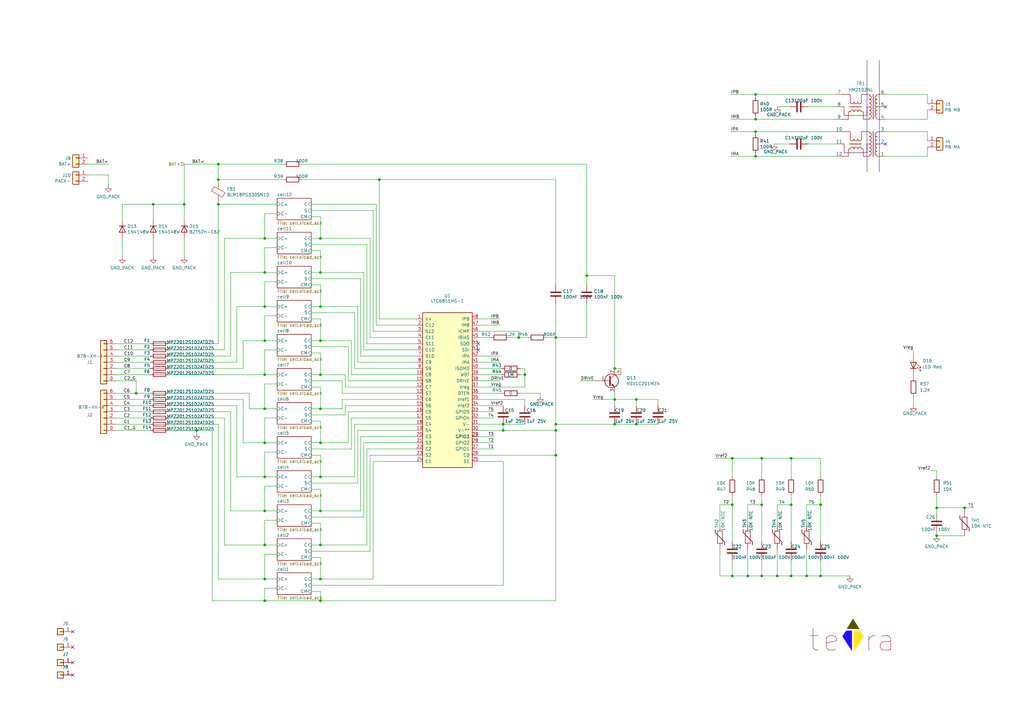
<source format=kicad_sch>
(kicad_sch (version 20230121) (generator eeschema)
  (paper "A3")
  (lib_symbols
    (symbol "Connector_Generic:Conn_01x01" (pin_names (offset 1.016) hide)
      (property "Reference" "J" (at 0 2.54 0))
      (property "Value" "Conn_01x01" (at 0 -2.54 0))
      (symbol "Conn_01x01_1_1"
        (pin passive line (at -5.08 0 0) (length 3.81) (name "Pin_1") (number "1"))
      )
    )
    (symbol "Connector_Generic:Conn_01x02" (pin_names (offset 1.016) hide)
      (property "Reference" "J" (at 0 2.54 0))
      (property "Value" "Conn_01x02" (at 0 -5.08 0))
      (symbol "Conn_01x02_1_1"
        (pin passive line (at -5.08 0 0) (length 3.81) (name "Pin_1") (number "1"))
        (pin passive line (at -5.08 -2.54 0) (length 3.81) (name "Pin_2") (number "2"))
      )
    )
    (symbol "Connector_Generic:Conn_01x07_BAT_6S" (pin_names (offset 1.016) hide)
      (property "Reference" "J" (at 0 10.16 0))
      (property "Value" "Conn_01x07_BAT_6S" (at 0 -10.16 0))
      (symbol "Conn_01x07_BAT_6S_1_1"
        (pin passive line (at -5.08 7.62 0) (length 3.81) (name "Pin_1") (number "0"))
        (pin passive line (at -5.08 5.08 0) (length 3.81) (name "Pin_2") (number "1"))
        (pin passive line (at -5.08 2.54 0) (length 3.81) (name "Pin_3") (number "2"))
        (pin passive line (at -5.08 0 0) (length 3.81) (name "Pin_4") (number "3"))
        (pin passive line (at -5.08 -2.54 0) (length 3.81) (name "Pin_5") (number "4"))
        (pin passive line (at -5.08 -5.08 0) (length 3.81) (name "Pin_6") (number "5"))
        (pin passive line (at -5.08 -7.62 0) (length 3.81) (name "Pin_7") (number "6"))
      )
    )
    (symbol "Device:Fuse" (pin_numbers hide) (pin_names (offset 0))
      (property "Reference" "F" (at 2.032 0 90))
      (property "Value" "Fuse" (at -1.905 0 90))
      (symbol "Fuse_1_1"
        (pin passive line (at 0 3.81 270) (length 1.27) (name "~") (number "1"))
        (pin passive line (at 0 -3.81 90) (length 1.27) (name "~") (number "2"))
      )
    )
    (symbol "Device:LED" (pin_numbers hide) (pin_names (offset 1.016) hide)
      (property "Reference" "D" (at -0.762 -2.54 0))
      (property "Value" "LED" (at -0.762 4.318 0))
      (symbol "LED_1_1"
        (pin passive line (at 3.81 0 180) (length 2.54) (name "K") (number "1"))
        (pin passive line (at -3.81 0 0) (length 2.54) (name "A") (number "2"))
      )
    )
    (symbol "Device:Q_NPN_BCEC" (pin_names (offset 0) hide)
      (property "Reference" "Q" (at 5.08 1.27 0))
      (property "Value" "Q_NPN_BCEC" (at 5.08 -1.27 0))
      (symbol "Q_NPN_BCEC_1_1"
        (pin input line (at -5.08 0 0) (length 5.715) (name "B") (number "1"))
        (pin passive line (at 2.54 5.08 270) (length 2.54) (name "C") (number "2"))
        (pin passive line (at 2.54 -5.08 90) (length 2.54) (name "E") (number "3"))
        (pin passive line (at 5.08 5.08 270) (length 2.54) (name "C") (number "4"))
      )
    )
    (symbol "Device:R" (pin_numbers hide) (pin_names (offset 0))
      (property "Reference" "R" (at 2.032 0 90))
      (property "Value" "R" (at 0 0 90))
      (symbol "R_1_1"
        (pin passive line (at 0 3.81 270) (length 1.27) (name "~") (number "1"))
        (pin passive line (at 0 -3.81 90) (length 1.27) (name "~") (number "2"))
      )
    )
    (symbol "Device:Thermistor" (pin_numbers hide) (pin_names (offset 0))
      (property "Reference" "TH" (at 2.54 1.27 90))
      (property "Value" "Thermistor" (at -2.54 0 90))
      (symbol "Thermistor_1_1"
        (pin passive line (at 0 5.08 270) (length 2.54) (name "~") (number "1"))
        (pin passive line (at 0 -5.08 90) (length 2.54) (name "~") (number "2"))
      )
    )
    (symbol "Diode:1N4148W" (pin_numbers hide) (pin_names hide)
      (property "Reference" "D" (at 0 2.54 0))
      (property "Value" "1N4148W" (at 0 -2.54 0))
      (symbol "1N4148W_1_1"
        (pin passive line (at -3.81 0 0) (length 2.54) (name "K") (number "1"))
        (pin passive line (at 3.81 0 180) (length 2.54) (name "A") (number "2"))
      )
    )
    (symbol "Diode:BZT52Bxx" (pin_numbers hide) (pin_names hide)
      (property "Reference" "D" (at 0 2.54 0))
      (property "Value" "BZT52Bxx" (at 0 -2.54 0))
      (symbol "BZT52Bxx_1_1"
        (pin passive line (at -3.81 0 0) (length 2.54) (name "K") (number "1"))
        (pin passive line (at 3.81 0 180) (length 2.54) (name "A") (number "2"))
      )
    )
    (symbol "ENNOID:LTC6811-1" (pin_names (offset 1.016))
      (property "Reference" "U" (at -10.16 34.29 0))
      (property "Value" "LTC6811-1" (at 1.27 34.29 0))
      (symbol "LTC6811-1_1_1"
        (pin input line (at -12.7 30.48 0) (length 2.54) (name "V+") (number "1"))
        (pin input line (at -12.7 7.62 0) (length 2.54) (name "C8") (number "10"))
        (pin input line (at -12.7 5.08 0) (length 2.54) (name "S8") (number "11"))
        (pin input line (at -12.7 2.54 0) (length 2.54) (name "C7") (number "12"))
        (pin input line (at -12.7 0 0) (length 2.54) (name "S7") (number "13"))
        (pin input line (at -12.7 -2.54 0) (length 2.54) (name "C6") (number "14"))
        (pin input line (at -12.7 -5.08 0) (length 2.54) (name "S6") (number "15"))
        (pin input line (at -12.7 -7.62 0) (length 2.54) (name "C5") (number "16"))
        (pin input line (at -12.7 -10.16 0) (length 2.54) (name "S5") (number "17"))
        (pin input line (at -12.7 -12.7 0) (length 2.54) (name "C4") (number "18"))
        (pin input line (at -12.7 -15.24 0) (length 2.54) (name "S4") (number "19"))
        (pin input line (at -12.7 27.94 0) (length 2.54) (name "C12") (number "2"))
        (pin input line (at -12.7 -17.78 0) (length 2.54) (name "C3") (number "20"))
        (pin input line (at -12.7 -20.32 0) (length 2.54) (name "S3") (number "21"))
        (pin input line (at -12.7 -22.86 0) (length 2.54) (name "C2") (number "22"))
        (pin input line (at -12.7 -25.4 0) (length 2.54) (name "S2") (number "23"))
        (pin input line (at -12.7 -27.94 0) (length 2.54) (name "C1") (number "24"))
        (pin input line (at 12.7 -27.94 180) (length 2.54) (name "S1") (number "25"))
        (pin input line (at 12.7 -25.4 180) (length 2.54) (name "C0") (number "26"))
        (pin input line (at 12.7 -22.86 180) (length 2.54) (name "GPIO1") (number "27"))
        (pin no_connect line (at 0 35.56 270) (length 2.54) hide (name "NC") (number "27"))
        (pin input line (at 12.7 -20.32 180) (length 2.54) (name "GPIO2") (number "28"))
        (pin input line (at 12.7 -17.78 180) (length 2.54) (name "GPIO3") (number "29"))
        (pin input line (at 12.7 -17.78 180) (length 2.54) (name "GPIO3") (number "29"))
        (pin input line (at -12.7 25.4 0) (length 2.54) (name "S12") (number "3"))
        (pin input line (at 12.7 -15.24 180) (length 2.54) (name "V-**") (number "30"))
        (pin input line (at 12.7 -12.7 180) (length 2.54) (name "V-") (number "31"))
        (pin input line (at 12.7 -10.16 180) (length 2.54) (name "GPIO4") (number "32"))
        (pin input line (at 12.7 -7.62 180) (length 2.54) (name "GPIO5") (number "33"))
        (pin no_connect line (at -2.54 35.56 270) (length 2.54) hide (name "NC") (number "33"))
        (pin input line (at 12.7 -5.08 180) (length 2.54) (name "Vref2") (number "34"))
        (pin input line (at 12.7 -2.54 180) (length 2.54) (name "Vref1") (number "35"))
        (pin input line (at 12.7 0 180) (length 2.54) (name "DTEN") (number "36"))
        (pin input line (at 12.7 2.54 180) (length 2.54) (name "Vreg") (number "37"))
        (pin input line (at 12.7 5.08 180) (length 2.54) (name "DRIVE") (number "38"))
        (pin input line (at 12.7 7.62 180) (length 2.54) (name "WDT") (number "39"))
        (pin input line (at -12.7 22.86 0) (length 2.54) (name "C11") (number "4"))
        (pin input line (at 12.7 10.16 180) (length 2.54) (name "ISOMD") (number "40"))
        (pin input line (at 12.7 12.7 180) (length 2.54) (name "IMA") (number "41"))
        (pin input line (at 12.7 15.24 180) (length 2.54) (name "IPA") (number "42"))
        (pin open_collector line (at 12.7 17.78 180) (length 2.54) (name "SDI") (number "43"))
        (pin input line (at 12.7 20.32 180) (length 2.54) (name "SDO") (number "44"))
        (pin input line (at 12.7 22.86 180) (length 2.54) (name "IBIAS") (number "45"))
        (pin input line (at 12.7 25.4 180) (length 2.54) (name "ICMP") (number "46"))
        (pin input line (at 12.7 27.94 180) (length 2.54) (name "IMB") (number "47"))
        (pin input line (at 12.7 30.48 180) (length 2.54) (name "IPB") (number "48"))
        (pin input line (at -12.7 20.32 0) (length 2.54) (name "S11") (number "5"))
        (pin input line (at -12.7 17.78 0) (length 2.54) (name "C10") (number "6"))
        (pin input line (at -12.7 15.24 0) (length 2.54) (name "S10") (number "7"))
        (pin input line (at -12.7 12.7 0) (length 2.54) (name "C9") (number "8"))
        (pin input line (at -12.7 10.16 0) (length 2.54) (name "S9") (number "9"))
      )
    )
    (symbol "Fiber_Optic:logo" (pin_numbers hide) (pin_names (offset 0) hide)
      (symbol "logo_1_1"
        (text "a" (at 13.462 -1.524 0) (effects (font (size 8.89 8.89))))
        (text "e" (at -8.89 -1.524 0) (effects (font (size 8.89 8.89))))
        (text "r" (at 7.112 -1.524 0) (effects (font (size 8.89 8.89))))
        (text "t" (at -16.002 -1.524 0) (effects (font (size 8.89 8.89))))
      )
    )
    (symbol "LTC6811-rescue:C-Device" (pin_numbers hide) (pin_names (offset 0.254))
      (property "Reference" "C" (at 0.635 2.54 0))
      (property "Value" "Device_C" (at 0.635 -2.54 0))
      (symbol "C-Device_1_1"
        (pin passive line (at 0 3.81 270) (length 2.794) (name "~") (number "1"))
        (pin passive line (at 0 -3.81 90) (length 2.794) (name "~") (number "2"))
      )
    )
    (symbol "LTC6811-rescue:Ferrite_Bead-Device" (pin_numbers hide) (pin_names (offset 0))
      (property "Reference" "FB" (at -3.81 0.635 90))
      (property "Value" "Device_Ferrite_Bead" (at 3.81 0 90))
      (symbol "Ferrite_Bead-Device_1_1"
        (pin passive line (at 0 3.81 270) (length 2.54) (name "~") (number "1"))
        (pin passive line (at 0 -3.81 90) (length 2.54) (name "~") (number "2"))
      )
    )
    (symbol "Transformer:HM2102NL" (pin_numbers hide) (pin_names (offset 0))
      (property "Reference" "TR" (at 0 -13.97 0))
      (property "Value" "HM2102NL" (at -5.08 15.24 0))
      (symbol "HM2102NL_1_1"
        (pin passive line (at 5.08 -12.7 180) (length 2.54) (name "1") (number "1"))
        (pin passive line (at -15.24 -2.54 0) (length 2.54) (name "10") (number "10"))
        (pin passive line (at -15.24 -7.62 0) (length 2.54) (name "11") (number "11"))
        (pin passive line (at -15.24 -12.7 0) (length 2.54) (name "12") (number "12"))
        (pin passive line (at 5.08 -7.62 180) (length 2.54) (name "2") (number "2"))
        (pin passive line (at 5.08 -2.54 180) (length 2.54) (name "3") (number "3"))
        (pin passive line (at 5.08 2.54 180) (length 2.54) (name "4") (number "4"))
        (pin passive line (at 5.08 7.62 180) (length 2.54) (name "5") (number "5"))
        (pin passive line (at 5.08 12.7 180) (length 2.54) (name "6") (number "6"))
        (pin passive line (at -15.24 12.7 0) (length 2.54) (name "7") (number "7"))
        (pin passive line (at -15.24 7.62 0) (length 2.54) (name "8") (number "8"))
        (pin passive line (at -15.24 2.54 0) (length 2.54) (name "9") (number "9"))
      )
    )
    (symbol "power:GND_PACK" (power) (pin_names (offset 0))
      (property "Value" "GND_PACK" (at 0 -3.81 0))
      (symbol "GND_PACK_1_1"
        (pin power_in line (at 0 0 270) (length 0) hide (name "GND_PACK") (number "1"))
      )
    )
  )
  (junction (at 108.585 237.49))
  (junction (at 312.42 187.96))
  (junction (at 252.095 173.99))
  (junction (at 108.585 209.55))
  (junction (at 260.985 163.83))
  (junction (at 395.605 208.28))
  (junction (at 300.355 207.01))
  (junction (at 80.645 176.53))
  (junction (at 206.375 173.99))
  (junction (at 260.985 173.99))
  (junction (at 108.585 139.7))
  (junction (at 62.865 83.82))
  (junction (at 131.445 153.67))
  (junction (at 240.665 113.03))
  (junction (at 306.705 236.22))
  (junction (at 318.77 236.22))
  (junction (at 131.445 246.38))
  (junction (at 131.445 195.58))
  (junction (at 309.88 48.895))
  (junction (at 131.445 139.7))
  (junction (at 108.585 246.38))
  (junction (at 312.42 207.01))
  (junction (at 108.585 167.64))
  (junction (at 55.88 161.29))
  (junction (at 300.355 236.22))
  (junction (at 227.965 186.69))
  (junction (at 131.445 237.49))
  (junction (at 212.725 138.43))
  (junction (at 89.535 73.66))
  (junction (at 227.965 173.99))
  (junction (at 108.585 223.52))
  (junction (at 336.55 236.22))
  (junction (at 131.445 111.76))
  (junction (at 384.175 208.28))
  (junction (at 108.585 195.58))
  (junction (at 131.445 209.55))
  (junction (at 252.095 163.83))
  (junction (at 108.585 111.76))
  (junction (at 252.095 151.13))
  (junction (at 309.88 38.735))
  (junction (at 215.265 153.67))
  (junction (at 324.485 207.01))
  (junction (at 131.445 167.64))
  (junction (at 227.965 138.43))
  (junction (at 108.585 181.61))
  (junction (at 108.585 97.79))
  (junction (at 227.965 176.53))
  (junction (at 131.445 97.79))
  (junction (at 131.445 223.52))
  (junction (at 312.42 236.22))
  (junction (at 131.445 125.73))
  (junction (at 309.88 64.135))
  (junction (at 309.88 53.975))
  (junction (at 108.585 125.73))
  (junction (at 75.565 83.82))
  (junction (at 89.535 83.82))
  (junction (at 336.55 207.01))
  (junction (at 131.445 181.61))
  (junction (at 384.175 219.71))
  (junction (at 206.375 176.53))
  (junction (at 324.485 236.22))
  (junction (at 330.835 236.22))
  (junction (at 89.535 67.31))
  (junction (at 108.585 153.67))
  (junction (at 155.575 73.66))
  (junction (at 324.485 187.96))
  (junction (at 300.355 187.96))
  (no_connect (at 363.22 43.815))
  (no_connect (at 363.22 59.055))
  (no_connect (at 29.845 265.43))
  (no_connect (at 29.845 271.78))
  (no_connect (at 196.215 140.97))
  (no_connect (at 196.215 143.51))
  (no_connect (at 29.845 276.86))
  (no_connect (at 29.845 259.08))
  (wire (pts (xy 330.835 215.265) (xy 330.835 207.01)))
  (wire (pts (xy 196.215 168.91) (xy 202.565 168.91)))
  (wire (pts (xy 127.635 144.78) (xy 131.445 144.78)))
  (wire (pts (xy 131.445 116.84) (xy 131.445 125.73)))
  (wire (pts (xy 113.665 129.54) (xy 108.585 129.54)))
  (wire (pts (xy 131.445 111.76) (xy 127.635 111.76)))
  (wire (pts (xy 153.035 189.23) (xy 170.815 189.23)))
  (wire (pts (xy 170.815 153.67) (xy 144.145 153.67)))
  (wire (pts (xy 363.22 53.975) (xy 380.365 53.975)))
  (wire (pts (xy 151.765 226.06) (xy 151.765 186.69)))
  (wire (pts (xy 295.275 236.22) (xy 295.275 225.425)))
  (wire (pts (xy 212.725 135.89) (xy 212.725 138.43)))
  (wire (pts (xy 108.585 143.51) (xy 108.585 153.67)))
  (wire (pts (xy 108.585 101.6) (xy 108.585 111.76)))
  (wire (pts (xy 395.605 219.71) (xy 384.175 219.71)))
  (wire (pts (xy 299.72 64.135) (xy 309.88 64.135)))
  (wire (pts (xy 196.215 166.37) (xy 206.375 166.37)))
  (wire (pts (xy 69.215 176.53) (xy 80.645 176.53)))
  (wire (pts (xy 196.215 156.21) (xy 205.105 156.21)))
  (wire (pts (xy 213.36 161.29) (xy 221.615 161.29)))
  (wire (pts (xy 212.725 138.43) (xy 216.535 138.43)))
  (wire (pts (xy 108.585 139.7) (xy 99.695 139.7)))
  (wire (pts (xy 113.665 199.39) (xy 108.585 199.39)))
  (wire (pts (xy 300.355 187.96) (xy 312.42 187.96)))
  (wire (pts (xy 131.445 144.78) (xy 131.445 153.67)))
  (wire (pts (xy 153.035 135.89) (xy 153.035 86.36)))
  (wire (pts (xy 170.815 173.99) (xy 145.415 173.99)))
  (wire (pts (xy 384.175 203.2) (xy 384.175 208.28)))
  (wire (pts (xy 170.815 138.43) (xy 151.765 138.43)))
  (wire (pts (xy 108.585 185.42) (xy 108.585 195.58)))
  (wire (pts (xy 154.305 133.35) (xy 170.815 133.35)))
  (wire (pts (xy 196.215 189.23) (xy 206.375 189.23)))
  (wire (pts (xy 330.835 207.01) (xy 336.55 207.01)))
  (wire (pts (xy 61.595 153.67) (xy 47.625 153.67)))
  (wire (pts (xy 299.72 38.735) (xy 309.88 38.735)))
  (wire (pts (xy 206.375 189.23) (xy 206.375 240.03)))
  (wire (pts (xy 309.88 48.895) (xy 342.9 48.895)))
  (wire (pts (xy 206.375 176.53) (xy 227.965 176.53)))
  (wire (pts (xy 69.215 153.67) (xy 108.585 153.67)))
  (wire (pts (xy 108.585 209.55) (xy 94.615 209.55)))
  (wire (pts (xy 240.665 124.46) (xy 240.665 138.43)))
  (wire (pts (xy 113.665 143.51) (xy 108.585 143.51)))
  (wire (pts (xy 215.265 151.13) (xy 215.265 153.67)))
  (wire (pts (xy 127.635 228.6) (xy 131.445 228.6)))
  (wire (pts (xy 324.485 207.01) (xy 324.485 222.25)))
  (wire (pts (xy 108.585 181.61) (xy 99.695 181.61)))
  (wire (pts (xy 384.175 193.04) (xy 384.175 195.58)))
  (wire (pts (xy 384.175 218.44) (xy 384.175 219.71)))
  (wire (pts (xy 196.215 151.13) (xy 205.74 151.13)))
  (wire (pts (xy 399.415 208.28) (xy 395.605 208.28)))
  (wire (pts (xy 309.88 55.245) (xy 309.88 53.975)))
  (wire (pts (xy 374.65 153.67) (xy 374.65 154.94)))
  (wire (pts (xy 94.615 146.05) (xy 69.215 146.05)))
  (wire (pts (xy 146.685 125.73) (xy 131.445 125.73)))
  (wire (pts (xy 146.685 198.12) (xy 146.685 176.53)))
  (wire (pts (xy 92.075 223.52) (xy 92.075 171.45)))
  (wire (pts (xy 151.765 226.06) (xy 127.635 226.06)))
  (wire (pts (xy 227.965 176.53) (xy 227.965 186.69)))
  (wire (pts (xy 131.445 125.73) (xy 127.635 125.73)))
  (wire (pts (xy 89.535 237.49) (xy 89.535 173.99)))
  (wire (pts (xy 108.585 195.58) (xy 97.155 195.58)))
  (wire (pts (xy 94.615 168.91) (xy 69.215 168.91)))
  (wire (pts (xy 213.36 151.13) (xy 215.265 151.13)))
  (wire (pts (xy 336.55 187.96) (xy 336.55 195.58)))
  (wire (pts (xy 131.445 237.49) (xy 153.035 237.49)))
  (wire (pts (xy 113.665 195.58) (xy 108.585 195.58)))
  (wire (pts (xy 170.815 179.07) (xy 147.955 179.07)))
  (wire (pts (xy 144.145 153.67) (xy 144.145 139.7)))
  (wire (pts (xy 215.265 166.37) (xy 215.265 163.83)))
  (wire (pts (xy 215.265 153.67) (xy 215.265 158.75)))
  (wire (pts (xy 224.155 138.43) (xy 227.965 138.43)))
  (wire (pts (xy 113.665 139.7) (xy 108.585 139.7)))
  (wire (pts (xy 324.485 195.58) (xy 324.485 187.96)))
  (wire (pts (xy 196.215 135.89) (xy 212.725 135.89)))
  (wire (pts (xy 309.88 53.975) (xy 342.9 53.975)))
  (wire (pts (xy 374.65 146.05) (xy 374.65 143.51)))
  (wire (pts (xy 108.585 111.76) (xy 113.665 111.76)))
  (wire (pts (xy 75.565 67.31) (xy 89.535 67.31)))
  (wire (pts (xy 61.595 151.13) (xy 47.625 151.13)))
  (wire (pts (xy 202.565 181.61) (xy 196.215 181.61)))
  (wire (pts (xy 196.215 138.43) (xy 201.295 138.43)))
  (wire (pts (xy 336.55 203.2) (xy 336.55 207.01)))
  (wire (pts (xy 55.88 156.21) (xy 55.88 161.29)))
  (wire (pts (xy 89.535 82.55) (xy 89.535 83.82)))
  (wire (pts (xy 363.22 48.895) (xy 380.365 48.895)))
  (wire (pts (xy 142.875 142.24) (xy 127.635 142.24)))
  (wire (pts (xy 102.235 161.29) (xy 69.215 161.29)))
  (wire (pts (xy 348.615 236.22) (xy 336.55 236.22)))
  (wire (pts (xy 309.88 64.135) (xy 342.9 64.135)))
  (wire (pts (xy 108.585 97.79) (xy 113.665 97.79)))
  (wire (pts (xy 318.77 43.815) (xy 323.85 43.815)))
  (wire (pts (xy 324.485 229.87) (xy 324.485 236.22)))
  (wire (pts (xy 260.985 163.83) (xy 269.875 163.83)))
  (wire (pts (xy 113.665 241.3) (xy 108.585 241.3)))
  (wire (pts (xy 149.225 143.51) (xy 149.225 111.76)))
  (wire (pts (xy 170.815 143.51) (xy 149.225 143.51)))
  (wire (pts (xy 123.825 73.66) (xy 155.575 73.66)))
  (wire (pts (xy 113.665 181.61) (xy 108.585 181.61)))
  (wire (pts (xy 295.275 236.22) (xy 300.355 236.22)))
  (wire (pts (xy 108.585 115.57) (xy 108.585 125.73)))
  (wire (pts (xy 113.665 237.49) (xy 108.585 237.49)))
  (wire (pts (xy 380.365 45.085) (xy 380.365 48.895)))
  (wire (pts (xy 380.365 64.135) (xy 380.365 60.325)))
  (wire (pts (xy 131.445 228.6) (xy 131.445 237.49)))
  (wire (pts (xy 113.665 171.45) (xy 108.585 171.45)))
  (wire (pts (xy 97.155 148.59) (xy 69.215 148.59)))
  (wire (pts (xy 47.625 156.21) (xy 55.88 156.21)))
  (wire (pts (xy 89.535 83.82) (xy 89.535 140.97)))
  (wire (pts (xy 151.765 97.79) (xy 131.445 97.79)))
  (wire (pts (xy 196.215 173.99) (xy 206.375 173.99)))
  (wire (pts (xy 127.635 170.18) (xy 141.605 170.18)))
  (wire (pts (xy 108.585 157.48) (xy 108.585 167.64)))
  (wire (pts (xy 131.445 223.52) (xy 150.495 223.52)))
  (wire (pts (xy 108.585 97.79) (xy 92.075 97.79)))
  (wire (pts (xy 92.075 143.51) (xy 69.215 143.51)))
  (wire (pts (xy 131.445 195.58) (xy 145.415 195.58)))
  (wire (pts (xy 89.535 67.31) (xy 116.205 67.31)))
  (wire (pts (xy 108.585 241.3) (xy 108.585 246.38)))
  (wire (pts (xy 260.985 163.83) (xy 260.985 166.37)))
  (wire (pts (xy 295.275 207.01) (xy 300.355 207.01)))
  (wire (pts (xy 196.215 148.59) (xy 205.105 148.59)))
  (wire (pts (xy 330.835 236.22) (xy 336.55 236.22)))
  (wire (pts (xy 108.585 125.73) (xy 97.155 125.73)))
  (wire (pts (xy 127.635 116.84) (xy 131.445 116.84)))
  (wire (pts (xy 196.215 133.35) (xy 205.105 133.35)))
  (wire (pts (xy 108.585 87.63) (xy 108.585 97.79)))
  (wire (pts (xy 309.88 38.735) (xy 342.9 38.735)))
  (wire (pts (xy 108.585 171.45) (xy 108.585 181.61)))
  (wire (pts (xy 309.88 48.895) (xy 299.72 48.895)))
  (wire (pts (xy 131.445 209.55) (xy 147.955 209.55)))
  (wire (pts (xy 202.565 179.07) (xy 196.215 179.07)))
  (wire (pts (xy 147.955 114.3) (xy 127.635 114.3)))
  (wire (pts (xy 252.095 151.13) (xy 254.635 151.13)))
  (wire (pts (xy 374.65 166.37) (xy 374.65 162.56)))
  (wire (pts (xy 312.42 207.01) (xy 312.42 222.25)))
  (wire (pts (xy 127.635 240.03) (xy 206.375 240.03)))
  (wire (pts (xy 243.205 163.83) (xy 252.095 163.83)))
  (wire (pts (xy 108.585 129.54) (xy 108.585 139.7)))
  (wire (pts (xy 252.095 163.83) (xy 252.095 161.29)))
  (wire (pts (xy 300.355 207.01) (xy 300.355 222.25)))
  (wire (pts (xy 94.615 209.55) (xy 94.615 168.91)))
  (wire (pts (xy 127.635 130.81) (xy 131.445 130.81)))
  (wire (pts (xy 384.175 208.28) (xy 384.175 210.82)))
  (wire (pts (xy 142.875 181.61) (xy 131.445 181.61)))
  (wire (pts (xy 97.155 166.37) (xy 69.215 166.37)))
  (wire (pts (xy 155.575 130.81) (xy 170.815 130.81)))
  (wire (pts (xy 75.565 83.82) (xy 75.565 90.17)))
  (wire (pts (xy 131.445 181.61) (xy 127.635 181.61)))
  (wire (pts (xy 202.565 171.45) (xy 196.215 171.45)))
  (wire (pts (xy 131.445 167.64) (xy 127.635 167.64)))
  (wire (pts (xy 61.595 148.59) (xy 47.625 148.59)))
  (wire (pts (xy 99.695 163.83) (xy 69.215 163.83)))
  (wire (pts (xy 127.635 186.69) (xy 131.445 186.69)))
  (wire (pts (xy 127.635 128.27) (xy 145.415 128.27)))
  (wire (pts (xy 108.585 246.38) (xy 131.445 246.38)))
  (wire (pts (xy 50.165 97.79) (xy 50.165 105.41)))
  (wire (pts (xy 149.225 212.09) (xy 149.225 181.61)))
  (wire (pts (xy 240.665 67.31) (xy 240.665 113.03)))
  (wire (pts (xy 317.5 59.055) (xy 323.85 59.055)))
  (wire (pts (xy 94.615 111.76) (xy 94.615 146.05)))
  (wire (pts (xy 300.355 195.58) (xy 300.355 187.96)))
  (wire (pts (xy 309.88 62.865) (xy 309.88 64.135)))
  (wire (pts (xy 36.195 67.31) (xy 44.45 67.31)))
  (wire (pts (xy 380.365 38.735) (xy 380.365 42.545)))
  (wire (pts (xy 380.365 53.975) (xy 380.365 57.785)))
  (wire (pts (xy 61.595 140.97) (xy 47.625 140.97)))
  (wire (pts (xy 227.965 186.69) (xy 227.965 246.38)))
  (wire (pts (xy 212.725 138.43) (xy 208.915 138.43)))
  (wire (pts (xy 140.335 163.83) (xy 140.335 167.64)))
  (wire (pts (xy 141.605 153.67) (xy 141.605 158.75)))
  (wire (pts (xy 240.665 113.03) (xy 252.095 113.03)))
  (wire (pts (xy 99.695 139.7) (xy 99.695 151.13)))
  (wire (pts (xy 131.445 242.57) (xy 131.445 246.38)))
  (wire (pts (xy 144.145 139.7) (xy 131.445 139.7)))
  (wire (pts (xy 147.955 179.07) (xy 147.955 209.55)))
  (wire (pts (xy 300.355 207.01) (xy 300.355 203.2)))
  (wire (pts (xy 75.565 67.31) (xy 75.565 83.82)))
  (wire (pts (xy 269.875 163.83) (xy 269.875 166.37)))
  (wire (pts (xy 108.585 237.49) (xy 89.535 237.49)))
  (wire (pts (xy 123.825 67.31) (xy 240.665 67.31)))
  (wire (pts (xy 196.215 153.67) (xy 205.74 153.67)))
  (wire (pts (xy 127.635 223.52) (xy 131.445 223.52)))
  (wire (pts (xy 170.815 156.21) (xy 142.875 156.21)))
  (wire (pts (xy 108.585 213.36) (xy 108.585 223.52)))
  (wire (pts (xy 244.475 156.21) (xy 238.125 156.21)))
  (polyline (pts (xy 360.68 24.765) (xy 360.68 70.485)))
  (wire (pts (xy 312.42 229.87) (xy 312.42 236.22)))
  (wire (pts (xy 127.635 209.55) (xy 131.445 209.55)))
  (wire (pts (xy 395.605 209.55) (xy 395.605 208.28)))
  (wire (pts (xy 116.205 73.66) (xy 89.535 73.66)))
  (wire (pts (xy 99.695 151.13) (xy 69.215 151.13)))
  (wire (pts (xy 131.445 246.38) (xy 227.965 246.38)))
  (wire (pts (xy 150.495 100.33) (xy 127.635 100.33)))
  (wire (pts (xy 196.215 184.15) (xy 202.565 184.15)))
  (wire (pts (xy 147.955 146.05) (xy 147.955 114.3)))
  (wire (pts (xy 113.665 125.73) (xy 108.585 125.73)))
  (wire (pts (xy 330.835 225.425) (xy 330.835 236.22)))
  (wire (pts (xy 113.665 213.36) (xy 108.585 213.36)))
  (wire (pts (xy 363.22 38.735) (xy 380.365 38.735)))
  (wire (pts (xy 252.095 163.83) (xy 260.985 163.83)))
  (wire (pts (xy 154.305 83.82) (xy 154.305 133.35)))
  (wire (pts (xy 131.445 130.81) (xy 131.445 139.7)))
  (wire (pts (xy 97.155 125.73) (xy 97.155 148.59)))
  (wire (pts (xy 227.965 138.43) (xy 227.965 173.99)))
  (wire (pts (xy 144.145 184.15) (xy 144.145 171.45)))
  (wire (pts (xy 324.485 187.96) (xy 336.55 187.96)))
  (wire (pts (xy 61.595 143.51) (xy 47.625 143.51)))
  (wire (pts (xy 336.55 229.87) (xy 336.55 236.22)))
  (wire (pts (xy 221.615 161.29) (xy 221.615 162.56)))
  (wire (pts (xy 142.875 156.21) (xy 142.875 142.24)))
  (wire (pts (xy 196.215 130.81) (xy 205.105 130.81)))
  (wire (pts (xy 89.535 73.66) (xy 89.535 74.93)))
  (wire (pts (xy 227.965 124.46) (xy 227.965 138.43)))
  (wire (pts (xy 306.705 225.425) (xy 306.705 236.22)))
  (wire (pts (xy 324.485 207.01) (xy 324.485 203.2)))
  (wire (pts (xy 227.965 73.66) (xy 155.575 73.66)))
  (wire (pts (xy 336.55 222.25) (xy 336.55 207.01)))
  (wire (pts (xy 61.595 146.05) (xy 47.625 146.05)))
  (wire (pts (xy 127.635 212.09) (xy 149.225 212.09)))
  (wire (pts (xy 215.265 163.83) (xy 196.215 163.83)))
  (wire (pts (xy 127.635 195.58) (xy 131.445 195.58)))
  (wire (pts (xy 131.445 200.66) (xy 131.445 209.55)))
  (wire (pts (xy 252.095 113.03) (xy 252.095 151.13)))
  (wire (pts (xy 50.165 83.82) (xy 62.865 83.82)))
  (wire (pts (xy 170.815 166.37) (xy 141.605 166.37)))
  (wire (pts (xy 89.535 140.97) (xy 69.215 140.97)))
  (wire (pts (xy 312.42 195.58) (xy 312.42 187.96)))
  (wire (pts (xy 127.635 172.72) (xy 131.445 172.72)))
  (wire (pts (xy 206.375 173.99) (xy 206.375 176.53)))
  (wire (pts (xy 213.36 153.67) (xy 215.265 153.67)))
  (wire (pts (xy 127.635 102.87) (xy 131.445 102.87)))
  (wire (pts (xy 89.535 73.66) (xy 89.535 67.31)))
  (wire (pts (xy 113.665 227.33) (xy 108.585 227.33)))
  (wire (pts (xy 145.415 173.99) (xy 145.415 195.58)))
  (wire (pts (xy 86.995 176.53) (xy 86.995 246.38)))
  (wire (pts (xy 47.625 176.53) (xy 61.595 176.53)))
  (wire (pts (xy 240.665 138.43) (xy 227.965 138.43)))
  (wire (pts (xy 295.275 215.265) (xy 295.275 207.01)))
  (wire (pts (xy 140.335 167.64) (xy 131.445 167.64)))
  (wire (pts (xy 127.635 88.9) (xy 131.445 88.9)))
  (wire (pts (xy 306.705 215.265) (xy 306.705 207.01)))
  (wire (pts (xy 131.445 97.79) (xy 127.635 97.79)))
  (wire (pts (xy 269.875 173.99) (xy 260.985 173.99)))
  (wire (pts (xy 206.375 173.99) (xy 215.265 173.99)))
  (wire (pts (xy 113.665 83.82) (xy 89.535 83.82)))
  (wire (pts (xy 113.665 101.6) (xy 108.585 101.6)))
  (wire (pts (xy 312.42 187.96) (xy 324.485 187.96)))
  (wire (pts (xy 92.075 97.79) (xy 92.075 143.51)))
  (wire (pts (xy 92.075 171.45) (xy 69.215 171.45)))
  (wire (pts (xy 227.965 173.99) (xy 252.095 173.99)))
  (wire (pts (xy 62.865 90.17) (xy 62.865 83.82)))
  (wire (pts (xy 150.495 140.97) (xy 150.495 100.33)))
  (wire (pts (xy 86.995 246.38) (xy 108.585 246.38)))
  (wire (pts (xy 141.605 166.37) (xy 141.605 170.18)))
  (wire (pts (xy 299.72 53.975) (xy 309.88 53.975)))
  (wire (pts (xy 61.595 168.91) (xy 47.625 168.91)))
  (wire (pts (xy 324.485 236.22) (xy 330.835 236.22)))
  (wire (pts (xy 80.645 176.53) (xy 86.995 176.53)))
  (wire (pts (xy 144.145 171.45) (xy 170.815 171.45)))
  (wire (pts (xy 318.77 207.01) (xy 324.485 207.01)))
  (wire (pts (xy 300.355 236.22) (xy 300.355 229.87)))
  (wire (pts (xy 61.595 173.99) (xy 47.625 173.99)))
  (wire (pts (xy 113.665 87.63) (xy 108.585 87.63)))
  (wire (pts (xy 170.815 151.13) (xy 145.415 151.13)))
  (wire (pts (xy 80.645 177.8) (xy 80.645 176.53)))
  (wire (pts (xy 331.47 43.815) (xy 342.9 43.815)))
  (wire (pts (xy 196.215 158.75) (xy 215.265 158.75)))
  (wire (pts (xy 227.965 173.99) (xy 227.965 176.53)))
  (wire (pts (xy 140.335 161.29) (xy 170.815 161.29)))
  (wire (pts (xy 127.635 156.21) (xy 140.335 156.21)))
  (wire (pts (xy 318.77 236.22) (xy 324.485 236.22)))
  (wire (pts (xy 131.445 102.87) (xy 131.445 111.76)))
  (wire (pts (xy 131.445 139.7) (xy 127.635 139.7)))
  (wire (pts (xy 131.445 214.63) (xy 131.445 223.52)))
  (wire (pts (xy 227.965 73.66) (xy 227.965 116.84)))
  (wire (pts (xy 131.445 88.9) (xy 131.445 97.79)))
  (wire (pts (xy 50.165 90.17) (xy 50.165 83.82)))
  (wire (pts (xy 108.585 199.39) (xy 108.585 209.55)))
  (wire (pts (xy 331.47 59.055) (xy 342.9 59.055)))
  (wire (pts (xy 170.815 163.83) (xy 140.335 163.83)))
  (wire (pts (xy 36.195 71.755) (xy 44.45 71.755)))
  (wire (pts (xy 108.585 111.76) (xy 94.615 111.76)))
  (wire (pts (xy 318.77 215.265) (xy 318.77 207.01)))
  (wire (pts (xy 127.635 158.75) (xy 131.445 158.75)))
  (wire (pts (xy 127.635 200.66) (xy 131.445 200.66)))
  (wire (pts (xy 89.535 173.99) (xy 69.215 173.99)))
  (wire (pts (xy 306.705 236.22) (xy 300.355 236.22)))
  (wire (pts (xy 318.77 225.425) (xy 318.77 236.22)))
  (wire (pts (xy 113.665 209.55) (xy 108.585 209.55)))
  (wire (pts (xy 381.635 193.04) (xy 384.175 193.04)))
  (wire (pts (xy 146.685 148.59) (xy 146.685 125.73)))
  (wire (pts (xy 102.235 167.64) (xy 102.235 161.29)))
  (wire (pts (xy 113.665 167.64) (xy 108.585 167.64)))
  (wire (pts (xy 395.605 208.28) (xy 384.175 208.28)))
  (wire (pts (xy 151.765 186.69) (xy 170.815 186.69)))
  (wire (pts (xy 153.035 86.36) (xy 127.635 86.36)))
  (wire (pts (xy 108.585 167.64) (xy 102.235 167.64)))
  (wire (pts (xy 127.635 237.49) (xy 131.445 237.49)))
  (wire (pts (xy 170.815 146.05) (xy 147.955 146.05)))
  (wire (pts (xy 153.035 237.49) (xy 153.035 189.23)))
  (wire (pts (xy 113.665 115.57) (xy 108.585 115.57)))
  (wire (pts (xy 127.635 214.63) (xy 131.445 214.63)))
  (wire (pts (xy 127.635 83.82) (xy 154.305 83.82)))
  (wire (pts (xy 312.42 207.01) (xy 312.42 203.2)))
  (wire (pts (xy 131.445 186.69) (xy 131.445 195.58)))
  (wire (pts (xy 55.88 161.29) (xy 47.625 161.29)))
  (wire (pts (xy 149.225 111.76) (xy 131.445 111.76)))
  (wire (pts (xy 363.22 64.135) (xy 380.365 64.135)))
  (wire (pts (xy 170.815 148.59) (xy 146.685 148.59)))
  (wire (pts (xy 131.445 158.75) (xy 131.445 167.64)))
  (wire (pts (xy 140.335 156.21) (xy 140.335 161.29)))
  (wire (pts (xy 97.155 195.58) (xy 97.155 166.37)))
  (wire (pts (xy 312.42 236.22) (xy 318.77 236.22)))
  (wire (pts (xy 170.815 184.15) (xy 150.495 184.15)))
  (wire (pts (xy 196.215 146.05) (xy 205.105 146.05)))
  (wire (pts (xy 131.445 172.72) (xy 131.445 181.61)))
  (wire (pts (xy 44.45 71.755) (xy 44.45 76.2)))
  (wire (pts (xy 309.88 40.005) (xy 309.88 38.735)))
  (wire (pts (xy 144.145 184.15) (xy 127.635 184.15)))
  (wire (pts (xy 312.42 236.22) (xy 306.705 236.22)))
  (wire (pts (xy 227.965 186.69) (xy 196.215 186.69)))
  (wire (pts (xy 61.595 161.29) (xy 55.88 161.29)))
  (wire (pts (xy 108.585 227.33) (xy 108.585 237.49)))
  (wire (pts (xy 146.685 176.53) (xy 170.815 176.53)))
  (wire (pts (xy 131.445 153.67) (xy 141.605 153.67)))
  (wire (pts (xy 142.875 168.91) (xy 142.875 181.61)))
  (wire (pts (xy 155.575 73.66) (xy 155.575 130.81)))
  (wire (pts (xy 127.635 242.57) (xy 131.445 242.57)))
  (wire (pts (xy 151.765 138.43) (xy 151.765 97.79)))
  (wire (pts (xy 113.665 185.42) (xy 108.585 185.42)))
  (wire (pts (xy 127.635 153.67) (xy 131.445 153.67)))
  (wire (pts (xy 62.865 83.82) (xy 75.565 83.82)))
  (wire (pts (xy 240.665 113.03) (xy 240.665 116.84)))
  (wire (pts (xy 75.565 97.79) (xy 75.565 105.41)))
  (wire (pts (xy 127.635 198.12) (xy 146.685 198.12)))
  (polyline (pts (xy 355.6 24.765) (xy 355.6 70.485)))
  (wire (pts (xy 149.225 181.61) (xy 170.815 181.61)))
  (wire (pts (xy 141.605 158.75) (xy 170.815 158.75)))
  (wire (pts (xy 196.215 161.29) (xy 205.74 161.29)))
  (wire (pts (xy 113.665 153.67) (xy 108.585 153.67)))
  (wire (pts (xy 145.415 128.27) (xy 145.415 151.13)))
  (wire (pts (xy 293.37 187.96) (xy 300.355 187.96)))
  (wire (pts (xy 62.865 97.79) (xy 62.865 105.41)))
  (wire (pts (xy 108.585 223.52) (xy 92.075 223.52)))
  (wire (pts (xy 170.815 168.91) (xy 142.875 168.91)))
  (wire (pts (xy 99.695 181.61) (xy 99.695 163.83)))
  (wire (pts (xy 61.595 171.45) (xy 47.625 171.45)))
  (wire (pts (xy 170.815 140.97) (xy 150.495 140.97)))
  (wire (pts (xy 61.595 163.83) (xy 47.625 163.83)))
  (wire (pts (xy 150.495 184.15) (xy 150.495 223.52)))
  (wire (pts (xy 113.665 157.48) (xy 108.585 157.48)))
  (wire (pts (xy 309.88 47.625) (xy 309.88 48.895)))
  (wire (pts (xy 170.815 135.89) (xy 153.035 135.89)))
  (wire (pts (xy 61.595 166.37) (xy 47.625 166.37)))
  (wire (pts (xy 260.985 173.99) (xy 252.095 173.99)))
  (wire (pts (xy 113.665 223.52) (xy 108.585 223.52)))
  (wire (pts (xy 196.215 176.53) (xy 206.375 176.53)))
  (wire (pts (xy 306.705 207.01) (xy 312.42 207.01)))
  (wire (pts (xy 252.095 166.37) (xy 252.095 163.83)))
  (label "T3" (at 202.565 179.07 180))
  (label "C11" (at 50.8 143.51 0))
  (label "IMB" (at 299.72 48.895 0))
  (label "C1" (at 53.34 173.99 180))
  (label "T4" (at 202.565 171.45 180))
  (label "T2" (at 299.085 207.01 180))
  (label "IMA" (at 299.72 64.135 0))
  (label "DRIVE" (at 201.295 156.21 0))
  (label "C4" (at 53.34 166.37 180))
  (label "IPB" (at 201.295 130.81 0))
  (label "Vref2" (at 206.375 166.37 180))
  (label "C10" (at 50.8 146.05 0))
  (label "C3" (at 53.34 168.91 180))
  (label "C7" (at 50.8 153.67 0))
  (label "C2_G" (at 50.8 156.21 0))
  (label "IPA" (at 201.295 146.05 0))
  (label "T2" (at 202.565 181.61 180))
  (label "IMA" (at 201.295 148.59 0))
  (label "T3" (at 309.88 207.01 180))
  (label "C8" (at 50.8 151.13 0))
  (label "C2" (at 53.34 171.45 180))
  (label "BAT+" (at 39.37 67.31 0))
  (label "C12" (at 50.8 140.97 0))
  (label "C5" (at 53.34 163.83 180))
  (label "T1" (at 399.415 208.28 180))
  (label "Vref2" (at 298.45 187.96 180))
  (label "Vreg" (at 243.205 163.83 0))
  (label "BAT+" (at 78.74 67.31 0))
  (label "IPB" (at 299.72 38.735 0))
  (label "DRIVE" (at 238.125 156.21 0))
  (label "Vreg" (at 374.65 143.51 180))
  (label "Vref2" (at 381.635 193.04 180))
  (label "Vreg" (at 201.295 158.75 0))
  (label "C1_G" (at 50.8 176.53 0))
  (label "C6" (at 53.34 161.29 180))
  (label "IMB" (at 201.295 133.35 0))
  (label "T1" (at 202.565 184.15 180))
  (label "T5" (at 202.565 168.91 180))
  (label "IPA" (at 299.72 53.975 0))
  (label "C9" (at 50.8 148.59 0))
  (label "T4" (at 321.945 207.01 180))
  (label "T5" (at 334.01 207.01 180))
  (hierarchical_label "BAT+" (shape input) (at 75.565 67.31 180))
  (symbol (lib_id "Device:Q_NPN_BCEC") (at 249.555 156.21 0) (unit 1)
    (property "Reference" "Q13" (at 256.8702 155.0416 0) (effects (justify left)))
    (property "Value" "NSV1C201MZ4" (at 256.8702 157.353 0) (effects (justify left)))
    (property "Footprint" "Library:SOT-223" (effects hide))
    (property "Datasheet" "https://www.onsemi.com/pdf/datasheet/nss1c201mz4-d.pdf" (effects hide))
    (property "MPN" "NSV1C201MZ4T1G" (effects hide))
    (property "Description" "Bipolar (BJT) Transistor NPN 100 V 2 A 100MHz 800 mW Surface Mount SOT-223 (TO-261)" (effects hide))
    (property "Link" "https://www.digikey.jp/en/products/detail/onsemi/NSV1C201MZ4T1G/4848737?s=N4IgTCBcDaIHIGUBqBGAwmADCgsgLQBYQBdAXyA" (effects hide))
  )
  (symbol (lib_id "LTC6811-rescue:C-Device") (at 269.875 170.18 0) (unit 1)
    (property "Reference" "C21" (at 269.875 168.275 0) (effects (justify left)))
    (property "Value" "1uF 25V" (at 269.875 172.72 0) (effects (justify left)))
    (property "Footprint" "Library:C_0603_1608Metric" (effects hide))
    (property "Datasheet" "https://mm.digikey.com/Volume0/opasdata/d220001/medias/docus/4562/0603B105K250XD.pdf" (effects hide))
    (property "MPN" "0603B105K250XD" (effects hide))
    (property "Description" "1 µF ±10% 25V Ceramic Capacitor X7R 0603 (1608 Metric)" (effects hide))
    (property "Link" "https://www.digikey.jp/en/products/detail/nextgen-components/0603B105K250XD/14670931" (effects hide))
  )
  (symbol (lib_id "Device:Thermistor") (at 318.77 220.345 0) (unit 1)
    (property "Reference" "TH4" (at 317.5 216.535 90) (effects (justify left)))
    (property "Value" "10K NTC" (at 320.04 217.805 90) (effects (justify left)))
    (property "Footprint" "Library:R_Axial_DIN0204_L3.6mm_D1.6mm_P1.90mm_Vertical" (effects hide))
    (property "Datasheet" "https://www.cantherm.com/wp-content/uploads/2017/05/cantherm_mf52_1.pdf" (effects hide))
    (property "MPN" "MF52C1103F3380" (effects hide))
    (property "Link" "https://www.digikey.jp/en/products/detail/cantherm/MF52C1103F3380/1840604" (effects hide))
    (property "Description" "THERMISTOR NTC 10KOHM 3380K BEAD" (effects hide))
  )
  (symbol (lib_id "Device:R") (at 336.55 199.39 180) (unit 1)
    (property "Reference" "R50" (at 334.01 200.66 0) (effects (justify left)))
    (property "Value" "10K" (at 334.01 198.12 0) (effects (justify left)))
    (property "Footprint" "Library:R_0603_1608Metric" (effects hide))
    (property "Datasheet" "https://www.seielect.com/catalog/sei-rmcf_rmcp.pdf" (effects hide))
    (property "MPN" "RMCF0603JT10K0" (effects hide))
    (property "Description" "10 kOhms ±5% 0.1W, 1/10W Chip Resistor 0603 (1608 Metric) Automotive AEC-Q200 Thick Film" (effects hide))
    (property "Link" "https://www.digikey.jp/en/products/detail/stackpole-electronics-inc/RMCF0603JT10K0/1758104" (effects hide))
  )
  (symbol (lib_id "Device:Fuse") (at 65.405 140.97 90) (mirror x) (unit 1)
    (property "Reference" "F1" (at 60.325 139.7 90))
    (property "Value" "MPZ2012S102ATD25" (at 78.105 140.335 90))
    (property "Footprint" "Library:Fuse_0805_2012Metric" (effects hide))
    (property "Datasheet" "https://product.tdk.com/en/system/files?file=dam/doc/product/emc/emc/beads/catalog/beads_automotive_power_mpz2012_en.pdf" (effects hide))
    (property "MPN" "MPZ2012S102ATD25" (effects hide))
    (property "Description" "1 kOhms @ 100 MHz 1 Power Line Ferrite Bead 0805 (2012 Metric) 1.5A 150mOhm" (effects hide))
    (property "Link" "https://www.digikey.jp/en/products/detail/tdk-corporation/MPZ2012S102ATD25/5040327?s=N4IgTCBcDaILIAUBaYAMBGMBldqwEEAVAETAFYQBdAXyA" (effects hide))
  )
  (symbol (lib_id "power:GND_PACK") (at 384.175 219.71 0) (unit 1)
    (property "Reference" "#PWR022" (effects hide))
    (property "Value" "GND_PACK" (at 384.175 224.155 0))
  )
  (symbol (lib_id "power:GND_PACK") (at 44.45 76.2 0) (unit 1)
    (property "Reference" "#PWR05" (effects hide))
    (property "Value" "GND_PACK" (at 44.45 80.645 0))
  )
  (symbol (lib_id "LTC6811-rescue:Ferrite_Bead-Device") (at 89.535 78.74 0) (unit 1)
    (property "Reference" "FB1" (at 93.0148 77.5716 0) (effects (justify left)))
    (property "Value" "BLM18PG330SN1D" (at 93.0148 79.883 0) (effects (justify left)))
    (property "Footprint" "Library:R_0603_1608Metric" (effects hide))
    (property "Datasheet" "https://www.murata.com/en-us/products/productdata/8796738650142/ENFA0003.pdf" (effects hide))
    (property "MPN" "BLM18PG330SN1D" (effects hide))
    (property "Description" "33 Ohms @ 100 MHz 1 Power Line Ferrite Bead 0603 (1608 Metric) 3A 25mOhm" (effects hide))
    (property "Link" "https://www.digikey.jp/en/products/detail/murata-electronics/BLM18PG330SN1D/1948325?s=N4IgTCBcDaIEIBkCyBGAHABQOIGYcAYBlAORQBEQBdAXyA" (effects hide))
  )
  (symbol (lib_id "Device:R") (at 309.88 43.815 0) (unit 1)
    (property "Reference" "R40" (at 311.658 42.6466 0) (effects (justify left)))
    (property "Value" "100R" (at 311.658 44.958 0) (effects (justify left)))
    (property "Footprint" "Library:R_0603_1608Metric" (effects hide))
    (property "Datasheet" "https://www.yageo.com/upload/media/product/app/datasheet/rchip/pyu-rc_group_51_rohs_l.pdf" (effects hide))
    (property "MPN" "RC0603FR-07100RL" (effects hide))
    (property "Description" "100 Ohms ±1% 0.1W, 1/10W Chip Resistor 0603 (1608 Metric) Moisture Resistant Thick Film" (effects hide))
    (property "Link" "https://www.digikey.jp/en/products/detail/yageo/RC0603FR-07100RL/726888?s=N4IgTCBcDaIEoGEAMA2JBmAYnAtEg7AIxJJwAyIAugL5A" (effects hide))
  )
  (symbol (lib_id "LTC6811-rescue:C-Device") (at 215.265 170.18 0) (unit 1)
    (property "Reference" "C16" (at 215.9 168.275 0) (effects (justify left)))
    (property "Value" "1uF 25V" (at 215.9 172.72 0) (effects (justify left)))
    (property "Footprint" "Library:C_0603_1608Metric" (effects hide))
    (property "Datasheet" "https://mm.digikey.com/Volume0/opasdata/d220001/medias/docus/4562/0603B105K250XD.pdf" (effects hide))
    (property "MPN" "0603B105K250XD" (effects hide))
    (property "Description" "1 µF ±10% 25V Ceramic Capacitor X7R 0603 (1608 Metric)" (effects hide))
    (property "Link" "https://www.digikey.jp/en/products/detail/nextgen-components/0603B105K250XD/14670931" (effects hide))
  )
  (symbol (lib_id "LTC6811-rescue:C-Device") (at 206.375 170.18 0) (unit 1)
    (property "Reference" "C15" (at 207.01 168.275 0) (effects (justify left)))
    (property "Value" "1uF 25V" (at 207.01 172.72 0) (effects (justify left)))
    (property "Footprint" "Library:C_0603_1608Metric" (effects hide))
    (property "Datasheet" "https://mm.digikey.com/Volume0/opasdata/d220001/medias/docus/4562/0603B105K250XD.pdf" (effects hide))
    (property "MPN" "0603B105K250XD" (effects hide))
    (property "Description" "1 µF ±10% 25V Ceramic Capacitor X7R 0603 (1608 Metric)" (effects hide))
    (property "Link" "https://www.digikey.jp/en/products/detail/nextgen-components/0603B105K250XD/14670931" (effects hide))
  )
  (symbol (lib_id "Device:R") (at 209.55 161.29 90) (unit 1)
    (property "Reference" "R45" (at 205.74 160.02 90) (effects (justify left)))
    (property "Value" "0" (at 210.185 161.29 90) (effects (justify left)))
    (property "Footprint" "Library:R_0603_1608Metric" (effects hide))
    (property "Datasheet" "https://www.yageo.com/upload/media/product/productsearch/datasheet/rchip/PYu-RC_Group_51_RoHS_L_12.pdf" (effects hide))
    (property "MPN" "RC0603JR-070RL" (effects hide))
    (property "Description" "0 Ohms Jumper Chip Resistor 0603 (1608 Metric) Moisture Resistant Thick Film" (effects hide))
    (property "Link" "https://www.digikey.jp/en/products/detail/yageo/RC0603JR-070RL/726675?s=N4IgTCBcDaIEoGEAMA2JBmAUnAtEg7EnADIgC6AvkA" (effects hide))
  )
  (symbol (lib_id "LTC6811-rescue:C-Device") (at 240.665 120.65 0) (unit 1)
    (property "Reference" "C18" (at 243.586 119.4816 0) (effects (justify left)))
    (property "Value" "100nF 100V" (at 243.586 121.793 0) (effects (justify left)))
    (property "Footprint" "Library:C_0603_1608Metric" (effects hide))
    (property "Datasheet" "https://www.digikey.jp/en/products/detail/samsung-electro-mechanics/CL10B104KC8NNNC/5961291?s=N4IgTCBcDaIMIBkCMAGAQqgLAaTgDgDki4AdEkAXQF8g" (effects hide))
    (property "MPN" "CL10B104KC8NNNC" (effects hide))
    (property "Description" "0.1 µF ±10% 100V Ceramic Capacitor X7R 0603 (1608 Metric)" (effects hide))
    (property "Link" "https://www.digikey.jp/en/products/detail/samsung-electro-mechanics/CL10B104KC8NNNC/5961291?s=N4IgTCBcDaIMIBkCMAGAQqgLAaTgDgDki4QBdAXyA" (effects hide))
  )
  (symbol (lib_id "Connector_Generic:Conn_01x01") (at 24.765 265.43 180) (unit 1)
    (property "Reference" "J6" (at 26.8478 262.0518 0))
    (property "Value" "Hole /NC" (effects hide))
    (property "Footprint" "Library:MountingHole_3.2mm_M3_ISO7380_Pad" (effects hide))
    (property "MPN" "N/A" (effects hide))
  )
  (symbol (lib_id "Device:R") (at 120.015 67.31 90) (unit 1)
    (property "Reference" "R38" (at 116.205 66.04 90) (effects (justify left)))
    (property "Value" "100R" (at 126.365 66.04 90) (effects (justify left)))
    (property "Footprint" "Library:R_0603_1608Metric" (effects hide))
    (property "Datasheet" "https://www.yageo.com/upload/media/product/app/datasheet/rchip/pyu-rc_group_51_rohs_l.pdf" (effects hide))
    (property "MPN" "RC0603FR-07100RL" (effects hide))
    (property "Description" "100 Ohms ±1% 0.1W, 1/10W Chip Resistor 0603 (1608 Metric) Moisture Resistant Thick Film" (effects hide))
    (property "Link" "https://www.digikey.jp/en/products/detail/yageo/RC0603FR-07100RL/726888?s=N4IgTCBcDaIEoGEAMA2JBmAYnAtEg7AIxJJwAyIAugL5A" (effects hide))
  )
  (symbol (lib_id "Device:Fuse") (at 65.405 168.91 90) (mirror x) (unit 1)
    (property "Reference" "F11" (at 60.325 167.64 90))
    (property "Value" "MPZ2012S102ATD25" (at 78.105 168.275 90))
    (property "Footprint" "Library:Fuse_0805_2012Metric" (effects hide))
    (property "Datasheet" "https://product.tdk.com/en/system/files?file=dam/doc/product/emc/emc/beads/catalog/beads_automotive_power_mpz2012_en.pdf" (effects hide))
    (property "MPN" "MPZ2012S102ATD25" (effects hide))
    (property "Description" "1 kOhms @ 100 MHz 1 Power Line Ferrite Bead 0805 (2012 Metric) 1.5A 150mOhm" (effects hide))
    (property "Link" "https://www.digikey.jp/en/products/detail/tdk-corporation/MPZ2012S102ATD25/5040327?s=N4IgTCBcDaILIAUBaYAMBGMBldqwEEAVAETAFYQBdAXyA" (effects hide))
  )
  (symbol (lib_id "ENNOID:LTC6811-1") (at 183.515 161.29 0) (unit 1)
    (property "Reference" "U1" (at 183.515 121.285 0))
    (property "Value" "LTC6811HG-1" (at 183.515 123.444 0))
    (property "Footprint" "Library:TSSOP-48_6.1x12.5mm_P0.5mm" (effects hide))
    (property "Datasheet" "https://www.analog.com/media/en/technical-documentation/data-sheets/LTC6811-1-6811-2.pdf" (effects hide))
    (property "MPN" "LTC6811HG-1#3ZZPBF" (effects hide))
    (property "Link" "https://www.digikey.jp/en/products/detail/analog-devices-inc/LTC6811HG-1-3ZZPBF/9739208?s=N4IgTCBcDaIDIBUDCA2AHARgwCQOIFoMBiAZgC0yAFAIQDEQBdAXyA" (effects hide))
    (property "Description" "Battery Battery Monitor IC Multi-Chemistry 48-SSOP" (effects hide))
  )
  (symbol (lib_id "power:GND_PACK") (at 374.65 166.37 0) (unit 1)
    (property "Reference" "#PWR020" (effects hide))
    (property "Value" "GND_PACK" (at 375.285 169.545 0))
  )
  (symbol (lib_id "LTC6811-rescue:C-Device") (at 336.55 226.06 0) (unit 1)
    (property "Reference" "C25" (at 336.55 224.155 0) (effects (justify left)))
    (property "Value" "100nF 100V" (at 336.55 228.6 0) (effects (justify left)))
    (property "Footprint" "Library:C_0603_1608Metric" (effects hide))
    (property "Datasheet" "https://www.digikey.jp/en/products/detail/samsung-electro-mechanics/CL10B104KC8NNNC/5961291?s=N4IgTCBcDaIMIBkCMAGAQqgLAaTgDgDki4AdEkAXQF8g" (effects hide))
    (property "MPN" "CL10B104KC8NNNC" (effects hide))
    (property "Description" "0.1 µF ±10% 100V Ceramic Capacitor X7R 0603 (1608 Metric)" (effects hide))
    (property "Link" "https://www.digikey.jp/en/products/detail/samsung-electro-mechanics/CL10B104KC8NNNC/5961291?s=N4IgTCBcDaIMIBkCMAGAQqgLAaTgDgDki4QBdAXyA" (effects hide))
  )
  (symbol (lib_id "Connector_Generic:Conn_01x01") (at 24.765 271.78 180) (unit 1)
    (property "Reference" "J7" (at 26.8478 268.4018 0))
    (property "Value" "Hole /NC" (effects hide))
    (property "Footprint" "Library:MountingHole_3.2mm_M3_ISO7380_Pad" (effects hide))
    (property "MPN" "N/A" (effects hide))
  )
  (symbol (lib_id "LTC6811-rescue:C-Device") (at 300.355 226.06 0) (unit 1)
    (property "Reference" "C22" (at 300.355 224.155 0) (effects (justify left)))
    (property "Value" "100nF 100V" (at 300.355 228.6 0) (effects (justify left)))
    (property "Footprint" "Library:C_0603_1608Metric" (effects hide))
    (property "Datasheet" "https://www.digikey.jp/en/products/detail/samsung-electro-mechanics/CL10B104KC8NNNC/5961291?s=N4IgTCBcDaIMIBkCMAGAQqgLAaTgDgDki4AdEkAXQF8g" (effects hide))
    (property "MPN" "CL10B104KC8NNNC" (effects hide))
    (property "Description" "0.1 µF ±10% 100V Ceramic Capacitor X7R 0603 (1608 Metric)" (effects hide))
    (property "Link" "https://www.digikey.jp/en/products/detail/samsung-electro-mechanics/CL10B104KC8NNNC/5961291?s=N4IgTCBcDaIMIBkCMAGAQqgLAaTgDgDki4QBdAXyA" (effects hide))
  )
  (symbol (lib_id "power:GND_PACK") (at 80.645 177.8 0) (unit 1)
    (property "Reference" "#PWR04" (effects hide))
    (property "Value" "GND_PACK" (at 80.645 182.245 0))
  )
  (symbol (lib_id "Device:Fuse") (at 65.405 171.45 90) (mirror x) (unit 1)
    (property "Reference" "F12" (at 60.325 170.18 90))
    (property "Value" "MPZ2012S102ATD25" (at 78.105 170.815 90))
    (property "Footprint" "Library:Fuse_0805_2012Metric" (effects hide))
    (property "Datasheet" "https://product.tdk.com/en/system/files?file=dam/doc/product/emc/emc/beads/catalog/beads_automotive_power_mpz2012_en.pdf" (effects hide))
    (property "MPN" "MPZ2012S102ATD25" (effects hide))
    (property "Description" "1 kOhms @ 100 MHz 1 Power Line Ferrite Bead 0805 (2012 Metric) 1.5A 150mOhm" (effects hide))
    (property "Link" "https://www.digikey.jp/en/products/detail/tdk-corporation/MPZ2012S102ATD25/5040327?s=N4IgTCBcDaILIAUBaYAMBGMBldqwEEAVAETAFYQBdAXyA" (effects hide))
  )
  (symbol (lib_id "Device:R") (at 300.355 199.39 180) (unit 1)
    (property "Reference" "R47" (at 297.815 200.66 0) (effects (justify left)))
    (property "Value" "10K" (at 297.815 198.12 0) (effects (justify left)))
    (property "Footprint" "Library:R_0603_1608Metric" (effects hide))
    (property "Datasheet" "https://www.seielect.com/catalog/sei-rmcf_rmcp.pdf" (effects hide))
    (property "MPN" "RMCF0603JT10K0" (effects hide))
    (property "Description" "10 kOhms ±5% 0.1W, 1/10W Chip Resistor 0603 (1608 Metric) Automotive AEC-Q200 Thick Film" (effects hide))
    (property "Link" "https://www.digikey.jp/en/products/detail/stackpole-electronics-inc/RMCF0603JT10K0/1758104" (effects hide))
  )
  (symbol (lib_id "Device:R") (at 205.105 138.43 90) (unit 1)
    (property "Reference" "R42" (at 201.295 137.16 90) (effects (justify left)))
    (property "Value" "1.2K" (at 211.455 137.16 90) (effects (justify left)))
    (property "Footprint" "Library:R_0603_1608Metric" (effects hide))
    (property "Datasheet" "https://www.yageo.com/upload/media/product/productsearch/datasheet/rchip/PYu-RC_Group_51_RoHS_L_12.pdf" (effects hide))
    (property "MPN" "RC0603JR-071K2L" (effects hide))
    (property "Description" "1.2 kOhms ±5% 0.1W, 1/10W Chip Resistor 0603 (1608 Metric) Moisture Resistant Thick Film" (effects hide))
    (property "Link" "https://www.digikey.jp/en/products/detail/yageo/RC0603JR-071K2L/726683?s=N4IgTCBcDaIEoGEAMA2JBmAUnAtEg7AIwDSYAMiALoC%2BQA" (effects hide))
  )
  (symbol (lib_id "Device:Fuse") (at 65.405 163.83 90) (mirror x) (unit 1)
    (property "Reference" "F9" (at 60.325 162.56 90))
    (property "Value" "MPZ2012S102ATD25" (at 78.105 163.195 90))
    (property "Footprint" "Library:Fuse_0805_2012Metric" (effects hide))
    (property "Datasheet" "https://product.tdk.com/en/system/files?file=dam/doc/product/emc/emc/beads/catalog/beads_automotive_power_mpz2012_en.pdf" (effects hide))
    (property "MPN" "MPZ2012S102ATD25" (effects hide))
    (property "Description" "1 kOhms @ 100 MHz 1 Power Line Ferrite Bead 0805 (2012 Metric) 1.5A 150mOhm" (effects hide))
    (property "Link" "https://www.digikey.jp/en/products/detail/tdk-corporation/MPZ2012S102ATD25/5040327?s=N4IgTCBcDaILIAUBaYAMBGMBldqwEEAVAETAFYQBdAXyA" (effects hide))
  )
  (symbol (lib_id "Device:Fuse") (at 65.405 148.59 90) (mirror x) (unit 1)
    (property "Reference" "F4" (at 60.325 147.32 90))
    (property "Value" "MPZ2012S102ATD25" (at 78.105 147.955 90))
    (property "Footprint" "Library:Fuse_0805_2012Metric" (effects hide))
    (property "Datasheet" "https://product.tdk.com/en/system/files?file=dam/doc/product/emc/emc/beads/catalog/beads_automotive_power_mpz2012_en.pdf" (effects hide))
    (property "MPN" "MPZ2012S102ATD25" (effects hide))
    (property "Description" "1 kOhms @ 100 MHz 1 Power Line Ferrite Bead 0805 (2012 Metric) 1.5A 150mOhm" (effects hide))
    (property "Link" "https://www.digikey.jp/en/products/detail/tdk-corporation/MPZ2012S102ATD25/5040327?s=N4IgTCBcDaILIAUBaYAMBGMBldqwEEAVAETAFYQBdAXyA" (effects hide))
  )
  (symbol (lib_id "LTC6811-rescue:C-Device") (at 260.985 170.18 0) (unit 1)
    (property "Reference" "C20" (at 260.985 168.275 0) (effects (justify left)))
    (property "Value" "1uF 25V" (at 260.985 172.72 0) (effects (justify left)))
    (property "Footprint" "Library:C_0603_1608Metric" (effects hide))
    (property "Datasheet" "https://mm.digikey.com/Volume0/opasdata/d220001/medias/docus/4562/0603B105K250XD.pdf" (effects hide))
    (property "MPN" "0603B105K250XD" (effects hide))
    (property "Description" "1 µF ±10% 25V Ceramic Capacitor X7R 0603 (1608 Metric)" (effects hide))
    (property "Link" "https://www.digikey.jp/en/products/detail/nextgen-components/0603B105K250XD/14670931" (effects hide))
  )
  (symbol (lib_id "Connector_Generic:Conn_01x02") (at 31.115 71.755 0) (mirror y) (unit 1)
    (property "Reference" "J10" (at 29.083 71.9582 0) (effects (justify left)))
    (property "Value" "PACK-" (at 29.083 74.2696 0) (effects (justify left)))
    (property "Footprint" "Library:JST_VH_B2P-VH-B_1x02_P3.96mm_Vertical" (effects hide))
    (property "Datasheet" "https://www.jst-mfg.com/product/pdf/eng/eVH.pdf" (effects hide))
    (property "MPN" "B2P-VH" (effects hide))
    (property "Link" "https://www.digikey.jp/en/products/detail/jst-sales-america-inc/B2P-VH/926547" (effects hide))
    (property "Description" "Connector Header Through Hole 2 position 0.156\" (3.96mm)" (effects hide))
  )
  (symbol (lib_id "Fiber_Optic:logo") (at 349.885 260.985 0) (unit 1) (in_bom no)
    (property "Reference" "LOGO1" (effects hide))
    (property "Value" "teTra" (effects hide))
    (property "Footprint" "Library:teTra-LOGO" (effects hide))
    (property "Sim.Enable" "0" (effects hide))
  )
  (symbol (lib_id "power:GND_PACK") (at 75.565 105.41 0) (unit 1)
    (property "Reference" "#PWR03" (effects hide))
    (property "Value" "GND_PACK" (at 75.565 109.855 0))
  )
  (symbol (lib_id "Connector_Generic:Conn_01x01") (at 24.765 276.86 180) (unit 1)
    (property "Reference" "J8" (at 26.8478 273.4818 0))
    (property "Value" "Hole /NC" (effects hide))
    (property "Footprint" "Library:MountingHole_3.2mm_M3_ISO7380_Pad" (effects hide))
    (property "MPN" "N/A" (effects hide))
  )
  (symbol (lib_id "Device:R") (at 312.42 199.39 180) (unit 1)
    (property "Reference" "R48" (at 309.88 200.66 0) (effects (justify left)))
    (property "Value" "10K" (at 309.88 198.12 0) (effects (justify left)))
    (property "Footprint" "Library:R_0603_1608Metric" (effects hide))
    (property "Datasheet" "https://www.seielect.com/catalog/sei-rmcf_rmcp.pdf" (effects hide))
    (property "MPN" "RMCF0603JT10K0" (effects hide))
    (property "Description" "10 kOhms ±5% 0.1W, 1/10W Chip Resistor 0603 (1608 Metric) Automotive AEC-Q200 Thick Film" (effects hide))
    (property "Link" "https://www.digikey.jp/en/products/detail/stackpole-electronics-inc/RMCF0603JT10K0/1758104" (effects hide))
  )
  (symbol (lib_id "Device:Fuse") (at 65.405 151.13 90) (mirror x) (unit 1)
    (property "Reference" "F5" (at 60.325 149.86 90))
    (property "Value" "MPZ2012S102ATD25" (at 78.105 150.495 90))
    (property "Footprint" "Library:Fuse_0805_2012Metric" (effects hide))
    (property "Datasheet" "https://product.tdk.com/en/system/files?file=dam/doc/product/emc/emc/beads/catalog/beads_automotive_power_mpz2012_en.pdf" (effects hide))
    (property "MPN" "MPZ2012S102ATD25" (effects hide))
    (property "Description" "1 kOhms @ 100 MHz 1 Power Line Ferrite Bead 0805 (2012 Metric) 1.5A 150mOhm" (effects hide))
    (property "Link" "https://www.digikey.jp/en/products/detail/tdk-corporation/MPZ2012S102ATD25/5040327?s=N4IgTCBcDaILIAUBaYAMBGMBldqwEEAVAETAFYQBdAXyA" (effects hide))
  )
  (symbol (lib_id "Device:Fuse") (at 65.405 146.05 90) (mirror x) (unit 1)
    (property "Reference" "F3" (at 60.325 144.78 90))
    (property "Value" "MPZ2012S102ATD25" (at 78.105 145.415 90))
    (property "Footprint" "Library:Fuse_0805_2012Metric" (effects hide))
    (property "Datasheet" "https://product.tdk.com/en/system/files?file=dam/doc/product/emc/emc/beads/catalog/beads_automotive_power_mpz2012_en.pdf" (effects hide))
    (property "MPN" "MPZ2012S102ATD25" (effects hide))
    (property "Description" "1 kOhms @ 100 MHz 1 Power Line Ferrite Bead 0805 (2012 Metric) 1.5A 150mOhm" (effects hide))
    (property "Link" "https://www.digikey.jp/en/products/detail/tdk-corporation/MPZ2012S102ATD25/5040327?s=N4IgTCBcDaILIAUBaYAMBGMBldqwEEAVAETAFYQBdAXyA" (effects hide))
  )
  (symbol (lib_id "Device:Fuse") (at 65.405 176.53 90) (mirror x) (unit 1)
    (property "Reference" "F14" (at 60.325 175.26 90))
    (property "Value" "MPZ2012S102ATD25" (at 78.105 175.895 90))
    (property "Footprint" "Library:Fuse_0805_2012Metric" (effects hide))
    (property "Datasheet" "https://product.tdk.com/en/system/files?file=dam/doc/product/emc/emc/beads/catalog/beads_automotive_power_mpz2012_en.pdf" (effects hide))
    (property "MPN" "MPZ2012S102ATD25" (effects hide))
    (property "Description" "1 kOhms @ 100 MHz 1 Power Line Ferrite Bead 0805 (2012 Metric) 1.5A 150mOhm" (effects hide))
    (property "Link" "https://www.digikey.jp/en/products/detail/tdk-corporation/MPZ2012S102ATD25/5040327?s=N4IgTCBcDaILIAUBaYAMBGMBldqwEEAVAETAFYQBdAXyA" (effects hide))
  )
  (symbol (lib_id "LTC6811-rescue:C-Device") (at 312.42 226.06 0) (unit 1)
    (property "Reference" "C23" (at 312.42 224.155 0) (effects (justify left)))
    (property "Value" "100nF 100V" (at 312.42 228.6 0) (effects (justify left)))
    (property "Footprint" "Library:C_0603_1608Metric" (effects hide))
    (property "Datasheet" "https://www.digikey.jp/en/products/detail/samsung-electro-mechanics/CL10B104KC8NNNC/5961291?s=N4IgTCBcDaIMIBkCMAGAQqgLAaTgDgDki4AdEkAXQF8g" (effects hide))
    (property "MPN" "CL10B104KC8NNNC" (effects hide))
    (property "Description" "0.1 µF ±10% 100V Ceramic Capacitor X7R 0603 (1608 Metric)" (effects hide))
    (property "Link" "https://www.digikey.jp/en/products/detail/samsung-electro-mechanics/CL10B104KC8NNNC/5961291?s=N4IgTCBcDaIMIBkCMAGAQqgLAaTgDgDki4QBdAXyA" (effects hide))
  )
  (symbol (lib_id "Device:Fuse") (at 65.405 143.51 90) (mirror x) (unit 1)
    (property "Reference" "F2" (at 60.325 142.24 90))
    (property "Value" "MPZ2012S102ATD25" (at 78.105 142.875 90))
    (property "Footprint" "Library:Fuse_0805_2012Metric" (effects hide))
    (property "Datasheet" "https://product.tdk.com/en/system/files?file=dam/doc/product/emc/emc/beads/catalog/beads_automotive_power_mpz2012_en.pdf" (effects hide))
    (property "MPN" "MPZ2012S102ATD25" (effects hide))
    (property "Description" "1 kOhms @ 100 MHz 1 Power Line Ferrite Bead 0805 (2012 Metric) 1.5A 150mOhm" (effects hide))
    (property "Link" "https://www.digikey.jp/en/products/detail/tdk-corporation/MPZ2012S102ATD25/5040327?s=N4IgTCBcDaILIAUBaYAMBGMBldqwEEAVAETAFYQBdAXyA" (effects hide))
  )
  (symbol (lib_id "power:GND_PACK") (at 221.615 162.56 0) (unit 1)
    (property "Reference" "#PWR06" (effects hide))
    (property "Value" "GND_PACK" (at 222.25 165.735 0))
  )
  (symbol (lib_id "Device:Fuse") (at 65.405 173.99 90) (mirror x) (unit 1)
    (property "Reference" "F13" (at 60.325 172.72 90))
    (property "Value" "MPZ2012S102ATD25" (at 78.105 173.355 90))
    (property "Footprint" "Library:Fuse_0805_2012Metric" (effects hide))
    (property "Datasheet" "https://product.tdk.com/en/system/files?file=dam/doc/product/emc/emc/beads/catalog/beads_automotive_power_mpz2012_en.pdf" (effects hide))
    (property "MPN" "MPZ2012S102ATD25" (effects hide))
    (property "Description" "1 kOhms @ 100 MHz 1 Power Line Ferrite Bead 0805 (2012 Metric) 1.5A 150mOhm" (effects hide))
    (property "Link" "https://www.digikey.jp/en/products/detail/tdk-corporation/MPZ2012S102ATD25/5040327?s=N4IgTCBcDaILIAUBaYAMBGMBldqwEEAVAETAFYQBdAXyA" (effects hide))
  )
  (symbol (lib_id "Device:Thermistor") (at 330.835 220.345 0) (unit 1)
    (property "Reference" "TH5" (at 329.565 216.535 90) (effects (justify left)))
    (property "Value" "10K NTC" (at 332.105 217.805 90) (effects (justify left)))
    (property "Footprint" "Library:R_Axial_DIN0204_L3.6mm_D1.6mm_P1.90mm_Vertical" (effects hide))
    (property "Datasheet" "https://www.cantherm.com/wp-content/uploads/2017/05/cantherm_mf52_1.pdf" (effects hide))
    (property "MPN" "MF52C1103F3380" (effects hide))
    (property "Link" "https://www.digikey.jp/en/products/detail/cantherm/MF52C1103F3380/1840604" (effects hide))
    (property "Description" "THERMISTOR NTC 10KOHM 3380K BEAD" (effects hide))
  )
  (symbol (lib_id "Connector_Generic:Conn_01x07_BAT_6S") (at 42.545 168.91 180) (unit 1)
    (property "Reference" "J2" (at 36.83 170.18 0))
    (property "Value" "B7B-XH-A" (at 37.465 167.005 0))
    (property "Footprint" "Library:JST_XH_B7B-XH-A_1x07_P2.50mm_Vertical_BAT_6S" (effects hide))
    (property "Datasheet" "https://www.jst-mfg.com/product/pdf/eng/eXH.pdf" (effects hide))
    (property "Description" "Connector Header Through Hole 7 position 0.098\" (2.50mm)" (effects hide))
    (property "Link" "https://www.digikey.jp/en/products/detail/jst-sales-america-inc/B7B-XH-A/1651050" (effects hide))
    (property "MPN" "B7B-XH-A" (effects hide))
  )
  (symbol (lib_id "LTC6811-rescue:C-Device") (at 324.485 226.06 0) (unit 1)
    (property "Reference" "C24" (at 324.485 224.155 0) (effects (justify left)))
    (property "Value" "100nF 100V" (at 324.485 228.6 0) (effects (justify left)))
    (property "Footprint" "Library:C_0603_1608Metric" (effects hide))
    (property "Datasheet" "https://www.digikey.jp/en/products/detail/samsung-electro-mechanics/CL10B104KC8NNNC/5961291?s=N4IgTCBcDaIMIBkCMAGAQqgLAaTgDgDki4AdEkAXQF8g" (effects hide))
    (property "MPN" "CL10B104KC8NNNC" (effects hide))
    (property "Description" "0.1 µF ±10% 100V Ceramic Capacitor X7R 0603 (1608 Metric)" (effects hide))
    (property "Link" "https://www.digikey.jp/en/products/detail/samsung-electro-mechanics/CL10B104KC8NNNC/5961291?s=N4IgTCBcDaIMIBkCMAGAQqgLAaTgDgDki4QBdAXyA" (effects hide))
  )
  (symbol (lib_id "Diode:BZT52Bxx") (at 75.565 93.98 270) (unit 1)
    (property "Reference" "D15" (at 77.5716 92.8116 90) (effects (justify left)))
    (property "Value" "BZT52H-C62" (at 77.5716 95.123 90) (effects (justify left)))
    (property "Footprint" "Library:D_SOD-123F" (effects hide))
    (property "Datasheet" "https://assets.nexperia.com/documents/data-sheet/BZT52H_SER.pdf" (effects hide))
    (property "MPN" "BZT52H-C62,115" (effects hide))
    (property "Description" "Zener Diode 62 V 375 mW ±5% Surface Mount SOD-123F" (effects hide))
    (property "Link" "https://www.digikey.jp/en/products/detail/nexperia-usa-inc/BZT52H-C62-115/1162867" (effects hide))
  )
  (symbol (lib_id "power:GND_PACK") (at 317.5 59.055 0) (unit 1)
    (property "Reference" "#PWR019" (effects hide))
    (property "Value" "GND_PACK" (at 318.135 62.23 0))
  )
  (symbol (lib_id "Diode:1N4148W") (at 62.865 93.98 270) (unit 1)
    (property "Reference" "D14" (at 64.897 92.8116 90) (effects (justify left)))
    (property "Value" "1N4148W" (at 64.897 95.123 90) (effects (justify left)))
    (property "Footprint" "Library:D_SOD-123" (effects hide))
    (property "Datasheet" "https://www.diodes.com/assets/Datasheets/BAV16W_1N4148W.pdf" (effects hide))
    (property "MPN" "1N4148W-7-F" (effects hide))
    (property "Description" "Diode 100 V 300mA Surface Mount SOD-123" (effects hide))
    (property "Link" "https://www.digikey.jp/en/products/detail/diodes-incorporated/1N4148W-7-F/814371" (effects hide))
  )
  (symbol (lib_id "Device:Thermistor") (at 395.605 214.63 0) (unit 1)
    (property "Reference" "TH1" (at 398.272 213.4616 0) (effects (justify left)))
    (property "Value" "10K NTC" (at 398.272 215.773 0) (effects (justify left)))
    (property "Footprint" "Library:R_0603_1608Metric" (effects hide))
    (property "Datasheet" "https://www.murata.com/en-us/api/pdfdownloadapi?cate=luNTCforTempeSenso&partno=NCU18XH103F6SRB" (effects hide))
    (property "MPN" "NCU18XH103F6SRB" (effects hide))
    (property "Link" "https://www.digikey.jp/en/products/detail/murata-electronics/NCU18XH103F6SRB/7243451" (effects hide))
    (property "Description" "THERMISTOR NTC 10KOHM 3380K 0603" (effects hide))
  )
  (symbol (lib_id "Device:R") (at 384.175 199.39 0) (unit 1)
    (property "Reference" "R51" (at 386.715 198.12 0) (effects (justify left)))
    (property "Value" "10K" (at 386.715 200.66 0) (effects (justify left)))
    (property "Footprint" "Library:R_0603_1608Metric" (effects hide))
    (property "Datasheet" "https://www.seielect.com/catalog/sei-rmcf_rmcp.pdf" (effects hide))
    (property "MPN" "RMCF0603JT10K0" (effects hide))
    (property "Description" "10 kOhms ±5% 0.1W, 1/10W Chip Resistor 0603 (1608 Metric) Automotive AEC-Q200 Thick Film" (effects hide))
    (property "Link" "https://www.digikey.jp/en/products/detail/stackpole-electronics-inc/RMCF0603JT10K0/1758104" (effects hide))
  )
  (symbol (lib_id "Connector_Generic:Conn_01x02") (at 385.445 57.785 0) (unit 1)
    (property "Reference" "J4" (at 387.477 57.9882 0) (effects (justify left)))
    (property "Value" "PB MA" (at 387.477 60.2996 0) (effects (justify left)))
    (property "Footprint" "Library:JST_VH_B2P-VH-B_1x02_P3.96mm_Vertical" (effects hide))
    (property "Datasheet" "https://tools.molex.com/pdm_docs/sd/705430001_sd.pdf" (effects hide))
    (property "MPN" "70543-0001" (effects hide))
    (property "Description" "Connector Header Through Hole 2 position 0.100\" (2.54mm)" (effects hide))
    (property "Link" "https://www.digikey.jp/en/products/detail/molex/0705430001/114915?s=N4IgTCBcDaIOwAYCsAWAzAWgdgjCAugL5A" (effects hide))
  )
  (symbol (lib_id "Connector_Generic:Conn_01x07_BAT_6S") (at 42.545 148.59 180) (unit 1)
    (property "Reference" "J1" (at 36.83 148.59 0))
    (property "Value" "B7B-XH-A" (at 36.83 146.05 0))
    (property "Footprint" "Library:JST_XH_B7B-XH-A_1x07_P2.50mm_Vertical_BAT_6S" (effects hide))
    (property "Datasheet" "https://www.jst-mfg.com/product/pdf/eng/eXH.pdf" (effects hide))
    (property "Description" "Connector Header Through Hole 7 position 0.098\" (2.50mm)" (effects hide))
    (property "Link" "https://www.digikey.jp/en/products/detail/jst-sales-america-inc/B7B-XH-A/1651050" (effects hide))
    (property "MPN" "B7B-XH-A" (effects hide))
  )
  (symbol (lib_id "Connector_Generic:Conn_01x01") (at 24.765 259.08 180) (unit 1)
    (property "Reference" "J5" (at 26.8478 255.7018 0))
    (property "Value" "Hole /NC" (effects hide))
    (property "Footprint" "Library:MountingHole_3.2mm_M3_ISO7380_Pad" (effects hide))
    (property "MPN" "N/A" (effects hide))
  )
  (symbol (lib_id "LTC6811-rescue:C-Device") (at 327.66 43.815 270) (unit 1)
    (property "Reference" "C13" (at 323.85 41.275 90))
    (property "Value" "100pF 100V" (at 331.47 41.275 90))
    (property "Footprint" "Library:C_0603_1608Metric" (effects hide))
    (property "Datasheet" "https://mm.digikey.com/Volume0/opasdata/d220001/medias/docus/5411/0603B101K101SD.pdf" (effects hide))
    (property "MPN" "0603B101K101SD" (effects hide))
    (property "Description" "100 pF ±10% 100V Ceramic Capacitor X7R 0603 (1608 Metric)" (effects hide))
    (property "Link" "https://www.digikey.jp/en/products/detail/nextgen-components/0603B101K101SD/18668484" (effects hide))
  )
  (symbol (lib_id "Device:Fuse") (at 65.405 153.67 90) (mirror x) (unit 1)
    (property "Reference" "F6" (at 60.325 152.4 90))
    (property "Value" "MPZ2012S102ATD25" (at 78.105 153.035 90))
    (property "Footprint" "Library:Fuse_0805_2012Metric" (effects hide))
    (property "Datasheet" "https://product.tdk.com/en/system/files?file=dam/doc/product/emc/emc/beads/catalog/beads_automotive_power_mpz2012_en.pdf" (effects hide))
    (property "MPN" "MPZ2012S102ATD25" (effects hide))
    (property "Description" "1 kOhms @ 100 MHz 1 Power Line Ferrite Bead 0805 (2012 Metric) 1.5A 150mOhm" (effects hide))
    (property "Link" "https://www.digikey.jp/en/products/detail/tdk-corporation/MPZ2012S102ATD25/5040327?s=N4IgTCBcDaILIAUBaYAMBGMBldqwEEAVAETAFYQBdAXyA" (effects hide))
  )
  (symbol (lib_id "LTC6811-rescue:C-Device") (at 252.095 170.18 0) (unit 1)
    (property "Reference" "C19" (at 252.095 168.275 0) (effects (justify left)))
    (property "Value" "1uF 25V" (at 252.095 172.72 0) (effects (justify left)))
    (property "Footprint" "Library:C_0603_1608Metric" (effects hide))
    (property "Datasheet" "https://mm.digikey.com/Volume0/opasdata/d220001/medias/docus/4562/0603B105K250XD.pdf" (effects hide))
    (property "MPN" "0603B105K250XD" (effects hide))
    (property "Description" "1 µF ±10% 25V Ceramic Capacitor X7R 0603 (1608 Metric)" (effects hide))
    (property "Link" "https://www.digikey.jp/en/products/detail/nextgen-components/0603B105K250XD/14670931" (effects hide))
  )
  (symbol (lib_id "Device:Thermistor") (at 306.705 220.345 0) (unit 1)
    (property "Reference" "TH3" (at 305.435 216.535 90) (effects (justify left)))
    (property "Value" "10K NTC" (at 307.975 217.805 90) (effects (justify left)))
    (property "Footprint" "Library:R_0603_1608Metric" (effects hide))
    (property "Datasheet" "https://www.murata.com/en-us/api/pdfdownloadapi?cate=luNTCforTempeSenso&partno=NCU18XH103F6SRB" (effects hide))
    (property "MPN" "NCU18XH103F6SRB" (effects hide))
    (property "Link" "https://www.digikey.jp/en/products/detail/murata-electronics/NCU18XH103F6SRB/7243451" (effects hide))
    (property "Description" "THERMISTOR NTC 10KOHM 3380K 0603" (effects hide))
  )
  (symbol (lib_id "Diode:1N4148W") (at 50.165 93.98 270) (unit 1)
    (property "Reference" "D13" (at 52.197 92.8116 90) (effects (justify left)))
    (property "Value" "1N4148W" (at 52.197 95.123 90) (effects (justify left)))
    (property "Footprint" "Library:D_SOD-123" (effects hide))
    (property "Datasheet" "https://www.diodes.com/assets/Datasheets/BAV16W_1N4148W.pdf" (effects hide))
    (property "MPN" "1N4148W-7-F" (effects hide))
    (property "Description" "Diode 100 V 300mA Surface Mount SOD-123" (effects hide))
    (property "Link" "https://www.digikey.jp/en/products/detail/diodes-incorporated/1N4148W-7-F/814371" (effects hide))
  )
  (symbol (lib_id "Device:Thermistor") (at 295.275 220.345 0) (unit 1)
    (property "Reference" "TH2" (at 294.005 216.535 90) (effects (justify left)))
    (property "Value" "10K NTC" (at 296.545 217.805 90) (effects (justify left)))
    (property "Footprint" "Library:R_0603_1608Metric" (effects hide))
    (property "Datasheet" "https://www.murata.com/en-us/api/pdfdownloadapi?cate=luNTCforTempeSenso&partno=NCU18XH103F6SRB" (effects hide))
    (property "MPN" "NCU18XH103F6SRB" (effects hide))
    (property "Link" "https://www.digikey.jp/en/products/detail/murata-electronics/NCU18XH103F6SRB/7243451" (effects hide))
    (property "Description" "THERMISTOR NTC 10KOHM 3380K 0603" (effects hide))
  )
  (symbol (lib_id "Transformer:HM2102NL") (at 358.14 51.435 0) (unit 1)
    (property "Reference" "TR1" (at 353.0155 34.29 0))
    (property "Value" "HM2102NL" (at 353.0155 36.83 0))
    (property "Footprint" "Library:HM2102NL_PUL" (effects hide))
    (property "Datasheet" "https://productfinder.pulseelectronics.com/api/open/part-attachments/datasheet/HM2102NL" (effects hide))
    (property "MPN" "HM2102NL" (effects hide))
    (property "Link" "https://www.digikey.jp/en/products/detail/pulse-electronics/HM2102NL/7914608" (effects hide))
    (property "Description" "150µH Pulse Transformer 1:1 Surface Mount" (effects hide))
  )
  (symbol (lib_id "Connector_Generic:Conn_01x02") (at 385.445 42.545 0) (unit 1)
    (property "Reference" "J3" (at 387.477 42.7482 0) (effects (justify left)))
    (property "Value" "PB MB" (at 387.477 45.0596 0) (effects (justify left)))
    (property "Footprint" "Library:JST_VH_B2P-VH-B_1x02_P3.96mm_Vertical" (effects hide))
    (property "Datasheet" "https://tools.molex.com/pdm_docs/sd/705430001_sd.pdf" (effects hide))
    (property "MPN" "70543-0001" (effects hide))
    (property "Link" "https://www.digikey.jp/en/products/detail/molex/0705430001/114915?s=N4IgTCBcDaIOwAYCsAWAzAWgdgjCAugL5A" (effects hide))
    (property "Description" "Connector Header Through Hole 2 position 0.100\" (2.54mm)" (effects hide))
  )
  (symbol (lib_id "LTC6811-rescue:C-Device") (at 327.66 59.055 270) (unit 1)
    (property "Reference" "C14" (at 323.85 56.515 90))
    (property "Value" "100pF 100V" (at 331.47 56.515 90))
    (property "Footprint" "Library:C_0603_1608Metric" (effects hide))
    (property "Datasheet" "https://mm.digikey.com/Volume0/opasdata/d220001/medias/docus/5411/0603B101K101SD.pdf" (effects hide))
    (property "MPN" "0603B101K101SD" (effects hide))
    (property "Description" "100 pF ±10% 100V Ceramic Capacitor X7R 0603 (1608 Metric)" (effects hide))
    (property "Link" "https://www.digikey.jp/en/products/detail/nextgen-components/0603B101K101SD/18668484" (effects hide))
  )
  (symbol (lib_id "Device:R") (at 209.55 151.13 90) (unit 1)
    (property "Reference" "R43" (at 205.74 149.86 90) (effects (justify left)))
    (property "Value" "0" (at 210.185 151.13 90) (effects (justify left)))
    (property "Footprint" "Library:R_0603_1608Metric" (effects hide))
    (property "Datasheet" "https://www.yageo.com/upload/media/product/productsearch/datasheet/rchip/PYu-RC_Group_51_RoHS_L_12.pdf" (effects hide))
    (property "MPN" "RC0603JR-070RL" (effects hide))
    (property "Description" "0 Ohms Jumper Chip Resistor 0603 (1608 Metric) Moisture Resistant Thick Film" (effects hide))
    (property "Link" "https://www.digikey.jp/en/products/detail/yageo/RC0603JR-070RL/726675?s=N4IgTCBcDaIEoGEAMA2JBmAUnAtEg7EnADIgC6AvkA" (effects hide))
  )
  (symbol (lib_id "power:GND_PACK") (at 62.865 105.41 0) (unit 1)
    (property "Reference" "#PWR02" (effects hide))
    (property "Value" "GND_PACK" (at 62.865 109.855 0))
  )
  (symbol (lib_id "LTC6811-rescue:C-Device") (at 384.175 214.63 0) (unit 1)
    (property "Reference" "C26" (at 379.73 212.09 0) (effects (justify left)))
    (property "Value" "100nF 100V" (at 377.825 217.17 0) (effects (justify left)))
    (property "Footprint" "Library:C_0603_1608Metric" (effects hide))
    (property "Datasheet" "https://www.digikey.jp/en/products/detail/samsung-electro-mechanics/CL10B104KC8NNNC/5961291?s=N4IgTCBcDaIMIBkCMAGAQqgLAaTgDgDki4AdEkAXQF8g" (effects hide))
    (property "MPN" "CL10B104KC8NNNC" (effects hide))
    (property "Description" "0.1 µF ±10% 100V Ceramic Capacitor X7R 0603 (1608 Metric)" (effects hide))
    (property "Link" "https://www.digikey.jp/en/products/detail/samsung-electro-mechanics/CL10B104KC8NNNC/5961291?s=N4IgTCBcDaIMIBkCMAGAQqgLAaTgDgDki4QBdAXyA" (effects hide))
  )
  (symbol (lib_id "Device:Fuse") (at 65.405 161.29 90) (mirror x) (unit 1)
    (property "Reference" "F8" (at 60.325 160.02 90))
    (property "Value" "MPZ2012S102ATD25" (at 78.105 160.655 90))
    (property "Footprint" "Library:Fuse_0805_2012Metric" (effects hide))
    (property "Datasheet" "https://product.tdk.com/en/system/files?file=dam/doc/product/emc/emc/beads/catalog/beads_automotive_power_mpz2012_en.pdf" (effects hide))
    (property "MPN" "MPZ2012S102ATD25" (effects hide))
    (property "Description" "1 kOhms @ 100 MHz 1 Power Line Ferrite Bead 0805 (2012 Metric) 1.5A 150mOhm" (effects hide))
    (property "Link" "https://www.digikey.jp/en/products/detail/tdk-corporation/MPZ2012S102ATD25/5040327?s=N4IgTCBcDaILIAUBaYAMBGMBldqwEEAVAETAFYQBdAXyA" (effects hide))
  )
  (symbol (lib_id "Device:R") (at 220.345 138.43 90) (unit 1)
    (property "Reference" "R46" (at 216.535 137.16 90) (effects (justify left)))
    (property "Value" "806R" (at 227.965 137.16 90) (effects (justify left)))
    (property "Footprint" "Library:R_0603_1608Metric" (effects hide))
    (property "Datasheet" "https://www.yageo.com/upload/media/product/app/datasheet/rchip/pyu-rc_group_51_rohs_l.pdf" (effects hide))
    (property "MPN" "RC0603FR-07806RL" (effects hide))
    (property "Description" "806 Ohms ±1% 0.1W, 1/10W Chip Resistor 0603 (1608 Metric) Moisture Resistant Thick Film" (effects hide))
    (property "Link" "https://www.digikey.jp/en/products/detail/yageo/RC0603FR-07806RL/727397?s=N4IgTCBcDaIEoGEAMA2JBmAYnAtEg7ABypwAyIAugL5A" (effects hide))
  )
  (symbol (lib_id "LTC6811-rescue:C-Device") (at 227.965 120.65 0) (unit 1)
    (property "Reference" "C17" (at 230.886 119.4816 0) (effects (justify left)))
    (property "Value" "100nF 100V" (at 230.886 121.793 0) (effects (justify left)))
    (property "Footprint" "Library:C_0603_1608Metric" (effects hide))
    (property "Datasheet" "https://www.digikey.jp/en/products/detail/samsung-electro-mechanics/CL10B104KC8NNNC/5961291?s=N4IgTCBcDaIMIBkCMAGAQqgLAaTgDgDki4AdEkAXQF8g" (effects hide))
    (property "MPN" "CL10B104KC8NNNC" (effects hide))
    (property "Description" "0.1 µF ±10% 100V Ceramic Capacitor X7R 0603 (1608 Metric)" (effects hide))
    (property "Link" "https://www.digikey.jp/en/products/detail/samsung-electro-mechanics/CL10B104KC8NNNC/5961291?s=N4IgTCBcDaIMIBkCMAGAQqgLAaTgDgDki4QBdAXyA" (effects hide))
  )
  (symbol (lib_id "Device:R") (at 309.88 59.055 0) (unit 1)
    (property "Reference" "R41" (at 311.658 57.8866 0) (effects (justify left)))
    (property "Value" "100R" (at 311.658 60.198 0) (effects (justify left)))
    (property "Footprint" "Library:R_0603_1608Metric" (effects hide))
    (property "Datasheet" "https://www.yageo.com/upload/media/product/app/datasheet/rchip/pyu-rc_group_51_rohs_l.pdf" (effects hide))
    (property "MPN" "RC0603FR-07100RL" (effects hide))
    (property "Description" "100 Ohms ±1% 0.1W, 1/10W Chip Resistor 0603 (1608 Metric) Moisture Resistant Thick Film" (effects hide))
    (property "Link" "https://www.digikey.jp/en/products/detail/yageo/RC0603FR-07100RL/726888?s=N4IgTCBcDaIEoGEAMA2JBmAYnAtEg7AIxJJwAyIAugL5A" (effects hide))
  )
  (symbol (lib_id "Device:R") (at 374.65 158.75 0) (unit 1)
    (property "Reference" "R37" (at 377.19 157.48 0) (effects (justify left)))
    (property "Value" "1.2K" (at 377.19 160.02 0) (effects (justify left)))
    (property "Footprint" "Library:R_0603_1608Metric" (effects hide))
    (property "Datasheet" "https://www.yageo.com/upload/media/product/productsearch/datasheet/rchip/PYu-RC_Group_51_RoHS_L_12.pdf" (effects hide))
    (property "MPN" "RC0603JR-071K2L" (effects hide))
    (property "Description" "1.2 kOhms ±5% 0.1W, 1/10W Chip Resistor 0603 (1608 Metric) Moisture Resistant Thick Film" (effects hide))
    (property "Link" "https://www.digikey.jp/en/products/detail/yageo/RC0603JR-071K2L/726683?s=N4IgTCBcDaIEoGEAMA2JBmAUnAtEg7AIwDSYAMiALoC%2BQA" (effects hide))
  )
  (symbol (lib_id "Connector_Generic:Conn_01x02") (at 31.115 64.77 0) (mirror y) (unit 1)
    (property "Reference" "J9" (at 29.083 64.9732 0) (effects (justify left)))
    (property "Value" "BAT+" (at 29.083 67.2846 0) (effects (justify left)))
    (property "Footprint" "Library:JST_VH_B2P-VH-B_1x02_P3.96mm_Vertical" (effects hide))
    (property "Datasheet" "https://www.jst-mfg.com/product/pdf/eng/eVH.pdf" (effects hide))
    (property "MPN" "B2P-VH" (effects hide))
    (property "Link" "https://www.digikey.jp/en/products/detail/jst-sales-america-inc/B2P-VH/926547" (effects hide))
    (property "Description" "Connector Header Through Hole 2 position 0.156\" (3.96mm)" (effects hide))
  )
  (symbol (lib_id "Device:R") (at 324.485 199.39 180) (unit 1)
    (property "Reference" "R49" (at 321.945 200.66 0) (effects (justify left)))
    (property "Value" "10K" (at 321.945 198.12 0) (effects (justify left)))
    (property "Footprint" "Library:R_0603_1608Metric" (effects hide))
    (property "Datasheet" "https://www.seielect.com/catalog/sei-rmcf_rmcp.pdf" (effects hide))
    (property "MPN" "RMCF0603JT10K0" (effects hide))
    (property "Description" "10 kOhms ±5% 0.1W, 1/10W Chip Resistor 0603 (1608 Metric) Automotive AEC-Q200 Thick Film" (effects hide))
    (property "Link" "https://www.digikey.jp/en/products/detail/stackpole-electronics-inc/RMCF0603JT10K0/1758104" (effects hide))
  )
  (symbol (lib_id "power:GND_PACK") (at 348.615 236.22 0) (unit 1)
    (property "Reference" "#PWR021" (effects hide))
    (property "Value" "GND_PACK" (at 348.615 240.665 0))
  )
  (symbol (lib_id "Device:LED") (at 374.65 149.86 270) (unit 1)
    (property "Reference" "D16" (at 380.365 147.955 90))
    (property "Value" "LED Red" (at 382.27 150.495 90))
    (property "Footprint" "Library:LED_0603_1608Metric" (effects hide))
    (property "Datasheet" "https://optoelectronics.liteon.com/upload/download/DS-22-99-0151/LTST-C190KRKT.pdf" (effects hide))
    (property "Description" "Red 631nm LED Indication - Discrete 2V 0603 (1608 Metric)" (effects hide))
    (property "Link" "https://www.digikey.jp/en/products/detail/liteon/LTST-C190KRKT/386817" (effects hide))
    (property "MPN" "LTST-C190KRKT" (effects hide))
  )
  (symbol (lib_id "Device:R") (at 120.015 73.66 90) (unit 1)
    (property "Reference" "R39" (at 116.205 72.39 90) (effects (justify left)))
    (property "Value" "100R" (at 126.365 72.39 90) (effects (justify left)))
    (property "Footprint" "Library:R_0603_1608Metric" (effects hide))
    (property "Datasheet" "https://www.yageo.com/upload/media/product/app/datasheet/rchip/pyu-rc_group_51_rohs_l.pdf" (effects hide))
    (property "MPN" "RC0603FR-07100RL" (effects hide))
    (property "Description" "100 Ohms ±1% 0.1W, 1/10W Chip Resistor 0603 (1608 Metric) Moisture Resistant Thick Film" (effects hide))
    (property "Link" "https://www.digikey.jp/en/products/detail/yageo/RC0603FR-07100RL/726888?s=N4IgTCBcDaIEoGEAMA2JBmAYnAtEg7AIxJJwAyIAugL5A" (effects hide))
  )
  (symbol (lib_id "power:GND_PACK") (at 318.77 43.815 0) (unit 1)
    (property "Reference" "#PWR023" (effects hide))
    (property "Value" "GND_PACK" (at 319.405 46.99 0))
  )
  (symbol (lib_id "power:GND_PACK") (at 50.165 105.41 0) (unit 1)
    (property "Reference" "#PWR01" (effects hide))
    (property "Value" "GND_PACK" (at 50.165 109.855 0))
  )
  (symbol (lib_id "Device:Fuse") (at 65.405 166.37 90) (mirror x) (unit 1)
    (property "Reference" "F10" (at 60.325 165.1 90))
    (property "Value" "MPZ2012S102ATD25" (at 78.105 165.735 90))
    (property "Footprint" "Library:Fuse_0805_2012Metric" (effects hide))
    (property "Datasheet" "https://product.tdk.com/en/system/files?file=dam/doc/product/emc/emc/beads/catalog/beads_automotive_power_mpz2012_en.pdf" (effects hide))
    (property "MPN" "MPZ2012S102ATD25" (effects hide))
    (property "Description" "1 kOhms @ 100 MHz 1 Power Line Ferrite Bead 0805 (2012 Metric) 1.5A 150mOhm" (effects hide))
    (property "Link" "https://www.digikey.jp/en/products/detail/tdk-corporation/MPZ2012S102ATD25/5040327?s=N4IgTCBcDaILIAUBaYAMBGMBldqwEEAVAETAFYQBdAXyA" (effects hide))
  )
  (symbol (lib_id "Device:R") (at 209.55 153.67 90) (unit 1)
    (property "Reference" "R44" (at 205.74 152.4 90) (effects (justify left)))
    (property "Value" "1M" (at 210.82 153.67 90) (effects (justify left)))
    (property "Footprint" "Library:R_0603_1608Metric" (effects hide))
    (property "Datasheet" "https://www.yageo.com/upload/media/product/app/datasheet/rchip/pyu-rc_group_51_rohs_l.pdf" (effects hide))
    (property "MPN" "RC0603JR-071ML" (effects hide))
    (property "Description" "1 MOhms ±5% 0.1W, 1/10W Chip Resistor 0603 (1608 Metric) Moisture Resistant Thick Film" (effects hide))
    (property "Link" "https://www.digikey.jp/en/products/detail/yageo/RC0603JR-071ML/726678?s=N4IgTCBcDaIEoGEAMA2JBmAUnAtEg7AIwCyAMiALoC%2BQA" (effects hide))
  )
  (sheet (at 113.665 207.01) (size 13.97 8.89)
    (property "Sheetname" "cell3" (at 113.665 206.2984 0) (effects (justify left bottom)))
    (property "Sheetfile" "cell.kicad_sch" (at 113.665 216.4846 0) (effects (justify left top)))
    (pin "S" input (at 127.635 212.09 0))
    (pin "C" input (at 127.635 209.55 0))
    (pin "C+" input (at 113.665 209.55 180))
    (pin "C-" input (at 113.665 213.36 180))
    (pin "CM" input (at 127.635 214.63 0))
  )
  (sheet (at 113.665 165.1) (size 13.97 8.89)
    (property "Sheetname" "cell6" (at 113.665 164.3884 0) (effects (justify left bottom)))
    (property "Sheetfile" "cell.kicad_sch" (at 113.665 174.5746 0) (effects (justify left top)))
    (pin "S" input (at 127.635 170.18 0))
    (pin "C" input (at 127.635 167.64 0))
    (pin "C+" input (at 113.665 167.64 180))
    (pin "C-" input (at 113.665 171.45 180))
    (pin "CM" input (at 127.635 172.72 0))
  )
  (sheet (at 113.665 220.98) (size 13.97 8.89)
    (property "Sheetname" "cell2" (at 113.665 220.2684 0) (effects (justify left bottom)))
    (property "Sheetfile" "cell.kicad_sch" (at 113.665 230.4546 0) (effects (justify left top)))
    (pin "S" input (at 127.635 226.06 0))
    (pin "C" input (at 127.635 223.52 0))
    (pin "C+" input (at 113.665 223.52 180))
    (pin "C-" input (at 113.665 227.33 180))
    (pin "CM" input (at 127.635 228.6 0))
  )
  (sheet (at 113.665 151.13) (size 13.97 8.89)
    (property "Sheetname" "cell7" (at 113.665 150.4184 0) (effects (justify left bottom)))
    (property "Sheetfile" "cell.kicad_sch" (at 113.665 160.6046 0) (effects (justify left top)))
    (pin "S" input (at 127.635 156.21 0))
    (pin "C" input (at 127.635 153.67 0))
    (pin "C+" input (at 113.665 153.67 180))
    (pin "C-" input (at 113.665 157.48 180))
    (pin "CM" input (at 127.635 158.75 0))
  )
  (sheet (at 113.665 123.19) (size 13.97 8.89)
    (property "Sheetname" "cell9" (at 113.665 122.4784 0) (effects (justify left bottom)))
    (property "Sheetfile" "cell.kicad_sch" (at 113.665 132.6646 0) (effects (justify left top)))
    (pin "S" input (at 127.635 128.27 0))
    (pin "C" input (at 127.635 125.73 0))
    (pin "C+" input (at 113.665 125.73 180))
    (pin "C-" input (at 113.665 129.54 180))
    (pin "CM" input (at 127.635 130.81 0))
  )
  (sheet (at 113.665 109.22) (size 13.97 8.89)
    (property "Sheetname" "cell10" (at 113.665 108.5084 0) (effects (justify left bottom)))
    (property "Sheetfile" "cell.kicad_sch" (at 113.665 118.6946 0) (effects (justify left top)))
    (pin "S" input (at 127.635 114.3 0))
    (pin "C" input (at 127.635 111.76 0))
    (pin "C+" input (at 113.665 111.76 180))
    (pin "C-" input (at 113.665 115.57 180))
    (pin "CM" input (at 127.635 116.84 0))
  )
  (sheet (at 113.665 234.95) (size 13.97 8.89)
    (property "Sheetname" "cell1" (at 113.665 234.2384 0) (effects (justify left bottom)))
    (property "Sheetfile" "cell.kicad_sch" (at 113.665 244.4246 0) (effects (justify left top)))
    (pin "S" input (at 127.635 240.03 0))
    (pin "C" input (at 127.635 237.49 0))
    (pin "C+" input (at 113.665 237.49 180))
    (pin "C-" input (at 113.665 241.3 180))
    (pin "CM" input (at 127.635 242.57 0))
  )
  (sheet (at 113.665 137.16) (size 13.97 8.89)
    (property "Sheetname" "cell8" (at 113.665 136.4484 0) (effects (justify left bottom)))
    (property "Sheetfile" "cell.kicad_sch" (at 113.665 146.6346 0) (effects (justify left top)))
    (pin "S" input (at 127.635 142.24 0))
    (pin "C" input (at 127.635 139.7 0))
    (pin "C+" input (at 113.665 139.7 180))
    (pin "C-" input (at 113.665 143.51 180))
    (pin "CM" input (at 127.635 144.78 0))
  )
  (sheet (at 113.665 81.28) (size 13.97 8.89)
    (property "Sheetname" "cell12" (at 113.665 80.5684 0) (effects (justify left bottom)))
    (property "Sheetfile" "cell.kicad_sch" (at 113.665 90.7546 0) (effects (justify left top)))
    (pin "S" input (at 127.635 86.36 0))
    (pin "C" input (at 127.635 83.82 0))
    (pin "C+" input (at 113.665 83.82 180))
    (pin "C-" input (at 113.665 87.63 180))
    (pin "CM" input (at 127.635 88.9 0))
  )
  (sheet (at 113.665 193.04) (size 13.97 8.89)
    (property "Sheetname" "cell4" (at 113.665 192.3284 0) (effects (justify left bottom)))
    (property "Sheetfile" "cell.kicad_sch" (at 113.665 202.5146 0) (effects (justify left top)))
    (pin "S" input (at 127.635 198.12 0))
    (pin "C" input (at 127.635 195.58 0))
    (pin "C+" input (at 113.665 195.58 180))
    (pin "C-" input (at 113.665 199.39 180))
    (pin "CM" input (at 127.635 200.66 0))
  )
  (sheet (at 113.665 179.07) (size 13.97 8.89)
    (property "Sheetname" "cell5" (at 113.665 178.3584 0) (effects (justify left bottom)))
    (property "Sheetfile" "cell.kicad_sch" (at 113.665 188.5446 0) (effects (justify left top)))
    (pin "S" input (at 127.635 184.15 0))
    (pin "C" input (at 127.635 181.61 0))
    (pin "C+" input (at 113.665 181.61 180))
    (pin "C-" input (at 113.665 185.42 180))
    (pin "CM" input (at 127.635 186.69 0))
  )
  (sheet (at 113.665 95.25) (size 13.97 8.89)
    (property "Sheetname" "cell11" (at 113.665 94.5384 0) (effects (justify left bottom)))
    (property "Sheetfile" "cell.kicad_sch" (at 113.665 104.7246 0) (effects (justify left top)))
    (pin "S" input (at 127.635 100.33 0))
    (pin "C" input (at 127.635 97.79 0))
    (pin "C+" input (at 113.665 97.79 180))
    (pin "C-" input (at 113.665 101.6 180))
    (pin "CM" input (at 127.635 102.87 0))
  )
)
</source>
